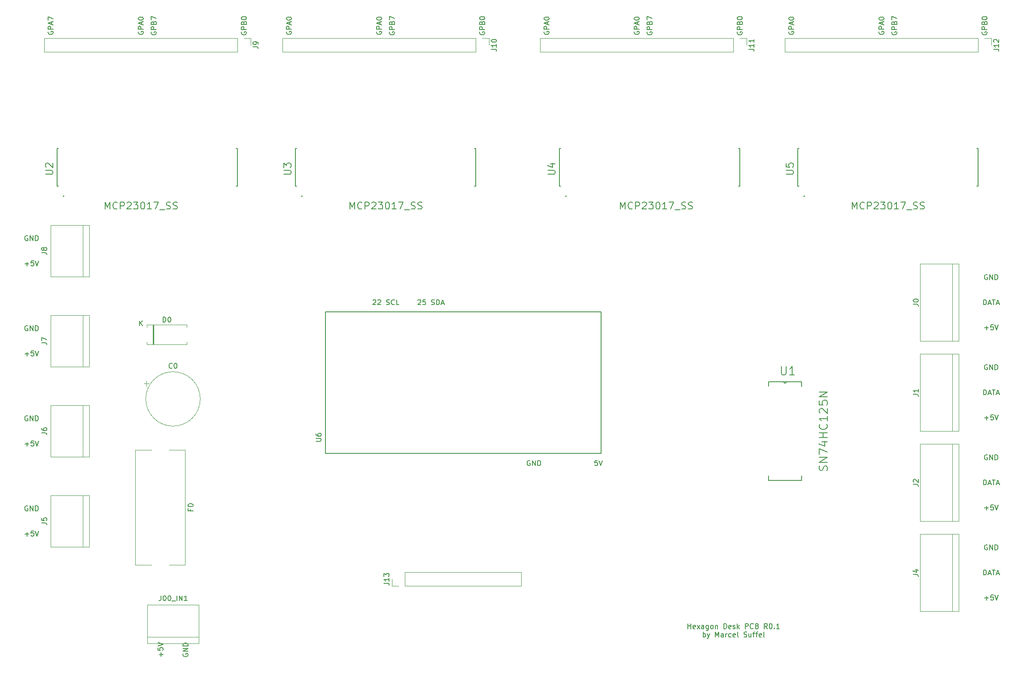
<source format=gbr>
%TF.GenerationSoftware,KiCad,Pcbnew,(5.1.9)-1*%
%TF.CreationDate,2022-04-05T19:21:43+02:00*%
%TF.ProjectId,Hexagon_Desk,48657861-676f-46e5-9f44-65736b2e6b69,rev?*%
%TF.SameCoordinates,Original*%
%TF.FileFunction,Legend,Top*%
%TF.FilePolarity,Positive*%
%FSLAX46Y46*%
G04 Gerber Fmt 4.6, Leading zero omitted, Abs format (unit mm)*
G04 Created by KiCad (PCBNEW (5.1.9)-1) date 2022-04-05 19:21:43*
%MOMM*%
%LPD*%
G01*
G04 APERTURE LIST*
%ADD10C,0.150000*%
%ADD11C,0.127000*%
%ADD12C,0.120000*%
%ADD13C,0.200000*%
%ADD14C,0.152400*%
G04 APERTURE END LIST*
D10*
X221488095Y-132980000D02*
X221392857Y-132932380D01*
X221250000Y-132932380D01*
X221107142Y-132980000D01*
X221011904Y-133075238D01*
X220964285Y-133170476D01*
X220916666Y-133360952D01*
X220916666Y-133503809D01*
X220964285Y-133694285D01*
X221011904Y-133789523D01*
X221107142Y-133884761D01*
X221250000Y-133932380D01*
X221345238Y-133932380D01*
X221488095Y-133884761D01*
X221535714Y-133837142D01*
X221535714Y-133503809D01*
X221345238Y-133503809D01*
X221964285Y-133932380D02*
X221964285Y-132932380D01*
X222535714Y-133932380D01*
X222535714Y-132932380D01*
X223011904Y-133932380D02*
X223011904Y-132932380D01*
X223250000Y-132932380D01*
X223392857Y-132980000D01*
X223488095Y-133075238D01*
X223535714Y-133170476D01*
X223583333Y-133360952D01*
X223583333Y-133503809D01*
X223535714Y-133694285D01*
X223488095Y-133789523D01*
X223392857Y-133884761D01*
X223250000Y-133932380D01*
X223011904Y-133932380D01*
X220750000Y-138882380D02*
X220750000Y-137882380D01*
X220988095Y-137882380D01*
X221130952Y-137930000D01*
X221226190Y-138025238D01*
X221273809Y-138120476D01*
X221321428Y-138310952D01*
X221321428Y-138453809D01*
X221273809Y-138644285D01*
X221226190Y-138739523D01*
X221130952Y-138834761D01*
X220988095Y-138882380D01*
X220750000Y-138882380D01*
X221702380Y-138596666D02*
X222178571Y-138596666D01*
X221607142Y-138882380D02*
X221940476Y-137882380D01*
X222273809Y-138882380D01*
X222464285Y-137882380D02*
X223035714Y-137882380D01*
X222750000Y-138882380D02*
X222750000Y-137882380D01*
X223321428Y-138596666D02*
X223797619Y-138596666D01*
X223226190Y-138882380D02*
X223559523Y-137882380D01*
X223892857Y-138882380D01*
X220964285Y-143451428D02*
X221726190Y-143451428D01*
X221345238Y-143832380D02*
X221345238Y-143070476D01*
X222678571Y-142832380D02*
X222202380Y-142832380D01*
X222154761Y-143308571D01*
X222202380Y-143260952D01*
X222297619Y-143213333D01*
X222535714Y-143213333D01*
X222630952Y-143260952D01*
X222678571Y-143308571D01*
X222726190Y-143403809D01*
X222726190Y-143641904D01*
X222678571Y-143737142D01*
X222630952Y-143784761D01*
X222535714Y-143832380D01*
X222297619Y-143832380D01*
X222202380Y-143784761D01*
X222154761Y-143737142D01*
X223011904Y-142832380D02*
X223345238Y-143832380D01*
X223678571Y-142832380D01*
X109212380Y-84637619D02*
X109260000Y-84590000D01*
X109355238Y-84542380D01*
X109593333Y-84542380D01*
X109688571Y-84590000D01*
X109736190Y-84637619D01*
X109783809Y-84732857D01*
X109783809Y-84828095D01*
X109736190Y-84970952D01*
X109164761Y-85542380D01*
X109783809Y-85542380D01*
X110688571Y-84542380D02*
X110212380Y-84542380D01*
X110164761Y-85018571D01*
X110212380Y-84970952D01*
X110307619Y-84923333D01*
X110545714Y-84923333D01*
X110640952Y-84970952D01*
X110688571Y-85018571D01*
X110736190Y-85113809D01*
X110736190Y-85351904D01*
X110688571Y-85447142D01*
X110640952Y-85494761D01*
X110545714Y-85542380D01*
X110307619Y-85542380D01*
X110212380Y-85494761D01*
X110164761Y-85447142D01*
X111879047Y-85494761D02*
X112021904Y-85542380D01*
X112260000Y-85542380D01*
X112355238Y-85494761D01*
X112402857Y-85447142D01*
X112450476Y-85351904D01*
X112450476Y-85256666D01*
X112402857Y-85161428D01*
X112355238Y-85113809D01*
X112260000Y-85066190D01*
X112069523Y-85018571D01*
X111974285Y-84970952D01*
X111926666Y-84923333D01*
X111879047Y-84828095D01*
X111879047Y-84732857D01*
X111926666Y-84637619D01*
X111974285Y-84590000D01*
X112069523Y-84542380D01*
X112307619Y-84542380D01*
X112450476Y-84590000D01*
X112879047Y-85542380D02*
X112879047Y-84542380D01*
X113117142Y-84542380D01*
X113260000Y-84590000D01*
X113355238Y-84685238D01*
X113402857Y-84780476D01*
X113450476Y-84970952D01*
X113450476Y-85113809D01*
X113402857Y-85304285D01*
X113355238Y-85399523D01*
X113260000Y-85494761D01*
X113117142Y-85542380D01*
X112879047Y-85542380D01*
X113831428Y-85256666D02*
X114307619Y-85256666D01*
X113736190Y-85542380D02*
X114069523Y-84542380D01*
X114402857Y-85542380D01*
X100346190Y-84637619D02*
X100393809Y-84590000D01*
X100489047Y-84542380D01*
X100727142Y-84542380D01*
X100822380Y-84590000D01*
X100870000Y-84637619D01*
X100917619Y-84732857D01*
X100917619Y-84828095D01*
X100870000Y-84970952D01*
X100298571Y-85542380D01*
X100917619Y-85542380D01*
X101298571Y-84637619D02*
X101346190Y-84590000D01*
X101441428Y-84542380D01*
X101679523Y-84542380D01*
X101774761Y-84590000D01*
X101822380Y-84637619D01*
X101870000Y-84732857D01*
X101870000Y-84828095D01*
X101822380Y-84970952D01*
X101250952Y-85542380D01*
X101870000Y-85542380D01*
X103012857Y-85494761D02*
X103155714Y-85542380D01*
X103393809Y-85542380D01*
X103489047Y-85494761D01*
X103536666Y-85447142D01*
X103584285Y-85351904D01*
X103584285Y-85256666D01*
X103536666Y-85161428D01*
X103489047Y-85113809D01*
X103393809Y-85066190D01*
X103203333Y-85018571D01*
X103108095Y-84970952D01*
X103060476Y-84923333D01*
X103012857Y-84828095D01*
X103012857Y-84732857D01*
X103060476Y-84637619D01*
X103108095Y-84590000D01*
X103203333Y-84542380D01*
X103441428Y-84542380D01*
X103584285Y-84590000D01*
X104584285Y-85447142D02*
X104536666Y-85494761D01*
X104393809Y-85542380D01*
X104298571Y-85542380D01*
X104155714Y-85494761D01*
X104060476Y-85399523D01*
X104012857Y-85304285D01*
X103965238Y-85113809D01*
X103965238Y-84970952D01*
X104012857Y-84780476D01*
X104060476Y-84685238D01*
X104155714Y-84590000D01*
X104298571Y-84542380D01*
X104393809Y-84542380D01*
X104536666Y-84590000D01*
X104584285Y-84637619D01*
X105489047Y-85542380D02*
X105012857Y-85542380D01*
X105012857Y-84542380D01*
X144589523Y-116292380D02*
X144113333Y-116292380D01*
X144065714Y-116768571D01*
X144113333Y-116720952D01*
X144208571Y-116673333D01*
X144446666Y-116673333D01*
X144541904Y-116720952D01*
X144589523Y-116768571D01*
X144637142Y-116863809D01*
X144637142Y-117101904D01*
X144589523Y-117197142D01*
X144541904Y-117244761D01*
X144446666Y-117292380D01*
X144208571Y-117292380D01*
X144113333Y-117244761D01*
X144065714Y-117197142D01*
X144922857Y-116292380D02*
X145256190Y-117292380D01*
X145589523Y-116292380D01*
X131318095Y-116340000D02*
X131222857Y-116292380D01*
X131080000Y-116292380D01*
X130937142Y-116340000D01*
X130841904Y-116435238D01*
X130794285Y-116530476D01*
X130746666Y-116720952D01*
X130746666Y-116863809D01*
X130794285Y-117054285D01*
X130841904Y-117149523D01*
X130937142Y-117244761D01*
X131080000Y-117292380D01*
X131175238Y-117292380D01*
X131318095Y-117244761D01*
X131365714Y-117197142D01*
X131365714Y-116863809D01*
X131175238Y-116863809D01*
X131794285Y-117292380D02*
X131794285Y-116292380D01*
X132365714Y-117292380D01*
X132365714Y-116292380D01*
X132841904Y-117292380D02*
X132841904Y-116292380D01*
X133080000Y-116292380D01*
X133222857Y-116340000D01*
X133318095Y-116435238D01*
X133365714Y-116530476D01*
X133413333Y-116720952D01*
X133413333Y-116863809D01*
X133365714Y-117054285D01*
X133318095Y-117149523D01*
X133222857Y-117244761D01*
X133080000Y-117292380D01*
X132841904Y-117292380D01*
X221488095Y-97420000D02*
X221392857Y-97372380D01*
X221250000Y-97372380D01*
X221107142Y-97420000D01*
X221011904Y-97515238D01*
X220964285Y-97610476D01*
X220916666Y-97800952D01*
X220916666Y-97943809D01*
X220964285Y-98134285D01*
X221011904Y-98229523D01*
X221107142Y-98324761D01*
X221250000Y-98372380D01*
X221345238Y-98372380D01*
X221488095Y-98324761D01*
X221535714Y-98277142D01*
X221535714Y-97943809D01*
X221345238Y-97943809D01*
X221964285Y-98372380D02*
X221964285Y-97372380D01*
X222535714Y-98372380D01*
X222535714Y-97372380D01*
X223011904Y-98372380D02*
X223011904Y-97372380D01*
X223250000Y-97372380D01*
X223392857Y-97420000D01*
X223488095Y-97515238D01*
X223535714Y-97610476D01*
X223583333Y-97800952D01*
X223583333Y-97943809D01*
X223535714Y-98134285D01*
X223488095Y-98229523D01*
X223392857Y-98324761D01*
X223250000Y-98372380D01*
X223011904Y-98372380D01*
X220750000Y-103322380D02*
X220750000Y-102322380D01*
X220988095Y-102322380D01*
X221130952Y-102370000D01*
X221226190Y-102465238D01*
X221273809Y-102560476D01*
X221321428Y-102750952D01*
X221321428Y-102893809D01*
X221273809Y-103084285D01*
X221226190Y-103179523D01*
X221130952Y-103274761D01*
X220988095Y-103322380D01*
X220750000Y-103322380D01*
X221702380Y-103036666D02*
X222178571Y-103036666D01*
X221607142Y-103322380D02*
X221940476Y-102322380D01*
X222273809Y-103322380D01*
X222464285Y-102322380D02*
X223035714Y-102322380D01*
X222750000Y-103322380D02*
X222750000Y-102322380D01*
X223321428Y-103036666D02*
X223797619Y-103036666D01*
X223226190Y-103322380D02*
X223559523Y-102322380D01*
X223892857Y-103322380D01*
X220964285Y-107891428D02*
X221726190Y-107891428D01*
X221345238Y-108272380D02*
X221345238Y-107510476D01*
X222678571Y-107272380D02*
X222202380Y-107272380D01*
X222154761Y-107748571D01*
X222202380Y-107700952D01*
X222297619Y-107653333D01*
X222535714Y-107653333D01*
X222630952Y-107700952D01*
X222678571Y-107748571D01*
X222726190Y-107843809D01*
X222726190Y-108081904D01*
X222678571Y-108177142D01*
X222630952Y-108224761D01*
X222535714Y-108272380D01*
X222297619Y-108272380D01*
X222202380Y-108224761D01*
X222154761Y-108177142D01*
X223011904Y-107272380D02*
X223345238Y-108272380D01*
X223678571Y-107272380D01*
X58556428Y-154955714D02*
X58556428Y-154193809D01*
X58937380Y-154574761D02*
X58175476Y-154574761D01*
X57937380Y-153241428D02*
X57937380Y-153717619D01*
X58413571Y-153765238D01*
X58365952Y-153717619D01*
X58318333Y-153622380D01*
X58318333Y-153384285D01*
X58365952Y-153289047D01*
X58413571Y-153241428D01*
X58508809Y-153193809D01*
X58746904Y-153193809D01*
X58842142Y-153241428D01*
X58889761Y-153289047D01*
X58937380Y-153384285D01*
X58937380Y-153622380D01*
X58889761Y-153717619D01*
X58842142Y-153765238D01*
X57937380Y-152908095D02*
X58937380Y-152574761D01*
X57937380Y-152241428D01*
X62935000Y-154431904D02*
X62887380Y-154527142D01*
X62887380Y-154670000D01*
X62935000Y-154812857D01*
X63030238Y-154908095D01*
X63125476Y-154955714D01*
X63315952Y-155003333D01*
X63458809Y-155003333D01*
X63649285Y-154955714D01*
X63744523Y-154908095D01*
X63839761Y-154812857D01*
X63887380Y-154670000D01*
X63887380Y-154574761D01*
X63839761Y-154431904D01*
X63792142Y-154384285D01*
X63458809Y-154384285D01*
X63458809Y-154574761D01*
X63887380Y-153955714D02*
X62887380Y-153955714D01*
X63887380Y-153384285D01*
X62887380Y-153384285D01*
X63887380Y-152908095D02*
X62887380Y-152908095D01*
X62887380Y-152670000D01*
X62935000Y-152527142D01*
X63030238Y-152431904D01*
X63125476Y-152384285D01*
X63315952Y-152336666D01*
X63458809Y-152336666D01*
X63649285Y-152384285D01*
X63744523Y-152431904D01*
X63839761Y-152527142D01*
X63887380Y-152670000D01*
X63887380Y-152908095D01*
X162450000Y-149487380D02*
X162450000Y-148487380D01*
X162450000Y-148963571D02*
X163021428Y-148963571D01*
X163021428Y-149487380D02*
X163021428Y-148487380D01*
X163878571Y-149439761D02*
X163783333Y-149487380D01*
X163592857Y-149487380D01*
X163497619Y-149439761D01*
X163450000Y-149344523D01*
X163450000Y-148963571D01*
X163497619Y-148868333D01*
X163592857Y-148820714D01*
X163783333Y-148820714D01*
X163878571Y-148868333D01*
X163926190Y-148963571D01*
X163926190Y-149058809D01*
X163450000Y-149154047D01*
X164259523Y-149487380D02*
X164783333Y-148820714D01*
X164259523Y-148820714D02*
X164783333Y-149487380D01*
X165592857Y-149487380D02*
X165592857Y-148963571D01*
X165545238Y-148868333D01*
X165450000Y-148820714D01*
X165259523Y-148820714D01*
X165164285Y-148868333D01*
X165592857Y-149439761D02*
X165497619Y-149487380D01*
X165259523Y-149487380D01*
X165164285Y-149439761D01*
X165116666Y-149344523D01*
X165116666Y-149249285D01*
X165164285Y-149154047D01*
X165259523Y-149106428D01*
X165497619Y-149106428D01*
X165592857Y-149058809D01*
X166497619Y-148820714D02*
X166497619Y-149630238D01*
X166450000Y-149725476D01*
X166402380Y-149773095D01*
X166307142Y-149820714D01*
X166164285Y-149820714D01*
X166069047Y-149773095D01*
X166497619Y-149439761D02*
X166402380Y-149487380D01*
X166211904Y-149487380D01*
X166116666Y-149439761D01*
X166069047Y-149392142D01*
X166021428Y-149296904D01*
X166021428Y-149011190D01*
X166069047Y-148915952D01*
X166116666Y-148868333D01*
X166211904Y-148820714D01*
X166402380Y-148820714D01*
X166497619Y-148868333D01*
X167116666Y-149487380D02*
X167021428Y-149439761D01*
X166973809Y-149392142D01*
X166926190Y-149296904D01*
X166926190Y-149011190D01*
X166973809Y-148915952D01*
X167021428Y-148868333D01*
X167116666Y-148820714D01*
X167259523Y-148820714D01*
X167354761Y-148868333D01*
X167402380Y-148915952D01*
X167450000Y-149011190D01*
X167450000Y-149296904D01*
X167402380Y-149392142D01*
X167354761Y-149439761D01*
X167259523Y-149487380D01*
X167116666Y-149487380D01*
X167878571Y-148820714D02*
X167878571Y-149487380D01*
X167878571Y-148915952D02*
X167926190Y-148868333D01*
X168021428Y-148820714D01*
X168164285Y-148820714D01*
X168259523Y-148868333D01*
X168307142Y-148963571D01*
X168307142Y-149487380D01*
X169545238Y-149487380D02*
X169545238Y-148487380D01*
X169783333Y-148487380D01*
X169926190Y-148535000D01*
X170021428Y-148630238D01*
X170069047Y-148725476D01*
X170116666Y-148915952D01*
X170116666Y-149058809D01*
X170069047Y-149249285D01*
X170021428Y-149344523D01*
X169926190Y-149439761D01*
X169783333Y-149487380D01*
X169545238Y-149487380D01*
X170926190Y-149439761D02*
X170830952Y-149487380D01*
X170640476Y-149487380D01*
X170545238Y-149439761D01*
X170497619Y-149344523D01*
X170497619Y-148963571D01*
X170545238Y-148868333D01*
X170640476Y-148820714D01*
X170830952Y-148820714D01*
X170926190Y-148868333D01*
X170973809Y-148963571D01*
X170973809Y-149058809D01*
X170497619Y-149154047D01*
X171354761Y-149439761D02*
X171450000Y-149487380D01*
X171640476Y-149487380D01*
X171735714Y-149439761D01*
X171783333Y-149344523D01*
X171783333Y-149296904D01*
X171735714Y-149201666D01*
X171640476Y-149154047D01*
X171497619Y-149154047D01*
X171402380Y-149106428D01*
X171354761Y-149011190D01*
X171354761Y-148963571D01*
X171402380Y-148868333D01*
X171497619Y-148820714D01*
X171640476Y-148820714D01*
X171735714Y-148868333D01*
X172211904Y-149487380D02*
X172211904Y-148487380D01*
X172307142Y-149106428D02*
X172592857Y-149487380D01*
X172592857Y-148820714D02*
X172211904Y-149201666D01*
X173783333Y-149487380D02*
X173783333Y-148487380D01*
X174164285Y-148487380D01*
X174259523Y-148535000D01*
X174307142Y-148582619D01*
X174354761Y-148677857D01*
X174354761Y-148820714D01*
X174307142Y-148915952D01*
X174259523Y-148963571D01*
X174164285Y-149011190D01*
X173783333Y-149011190D01*
X175354761Y-149392142D02*
X175307142Y-149439761D01*
X175164285Y-149487380D01*
X175069047Y-149487380D01*
X174926190Y-149439761D01*
X174830952Y-149344523D01*
X174783333Y-149249285D01*
X174735714Y-149058809D01*
X174735714Y-148915952D01*
X174783333Y-148725476D01*
X174830952Y-148630238D01*
X174926190Y-148535000D01*
X175069047Y-148487380D01*
X175164285Y-148487380D01*
X175307142Y-148535000D01*
X175354761Y-148582619D01*
X176116666Y-148963571D02*
X176259523Y-149011190D01*
X176307142Y-149058809D01*
X176354761Y-149154047D01*
X176354761Y-149296904D01*
X176307142Y-149392142D01*
X176259523Y-149439761D01*
X176164285Y-149487380D01*
X175783333Y-149487380D01*
X175783333Y-148487380D01*
X176116666Y-148487380D01*
X176211904Y-148535000D01*
X176259523Y-148582619D01*
X176307142Y-148677857D01*
X176307142Y-148773095D01*
X176259523Y-148868333D01*
X176211904Y-148915952D01*
X176116666Y-148963571D01*
X175783333Y-148963571D01*
X178116666Y-149487380D02*
X177783333Y-149011190D01*
X177545238Y-149487380D02*
X177545238Y-148487380D01*
X177926190Y-148487380D01*
X178021428Y-148535000D01*
X178069047Y-148582619D01*
X178116666Y-148677857D01*
X178116666Y-148820714D01*
X178069047Y-148915952D01*
X178021428Y-148963571D01*
X177926190Y-149011190D01*
X177545238Y-149011190D01*
X178735714Y-148487380D02*
X178830952Y-148487380D01*
X178926190Y-148535000D01*
X178973809Y-148582619D01*
X179021428Y-148677857D01*
X179069047Y-148868333D01*
X179069047Y-149106428D01*
X179021428Y-149296904D01*
X178973809Y-149392142D01*
X178926190Y-149439761D01*
X178830952Y-149487380D01*
X178735714Y-149487380D01*
X178640476Y-149439761D01*
X178592857Y-149392142D01*
X178545238Y-149296904D01*
X178497619Y-149106428D01*
X178497619Y-148868333D01*
X178545238Y-148677857D01*
X178592857Y-148582619D01*
X178640476Y-148535000D01*
X178735714Y-148487380D01*
X179497619Y-149392142D02*
X179545238Y-149439761D01*
X179497619Y-149487380D01*
X179450000Y-149439761D01*
X179497619Y-149392142D01*
X179497619Y-149487380D01*
X180497619Y-149487380D02*
X179926190Y-149487380D01*
X180211904Y-149487380D02*
X180211904Y-148487380D01*
X180116666Y-148630238D01*
X180021428Y-148725476D01*
X179926190Y-148773095D01*
X165450000Y-151137380D02*
X165450000Y-150137380D01*
X165450000Y-150518333D02*
X165545238Y-150470714D01*
X165735714Y-150470714D01*
X165830952Y-150518333D01*
X165878571Y-150565952D01*
X165926190Y-150661190D01*
X165926190Y-150946904D01*
X165878571Y-151042142D01*
X165830952Y-151089761D01*
X165735714Y-151137380D01*
X165545238Y-151137380D01*
X165450000Y-151089761D01*
X166259523Y-150470714D02*
X166497619Y-151137380D01*
X166735714Y-150470714D02*
X166497619Y-151137380D01*
X166402380Y-151375476D01*
X166354761Y-151423095D01*
X166259523Y-151470714D01*
X167878571Y-151137380D02*
X167878571Y-150137380D01*
X168211904Y-150851666D01*
X168545238Y-150137380D01*
X168545238Y-151137380D01*
X169450000Y-151137380D02*
X169450000Y-150613571D01*
X169402380Y-150518333D01*
X169307142Y-150470714D01*
X169116666Y-150470714D01*
X169021428Y-150518333D01*
X169450000Y-151089761D02*
X169354761Y-151137380D01*
X169116666Y-151137380D01*
X169021428Y-151089761D01*
X168973809Y-150994523D01*
X168973809Y-150899285D01*
X169021428Y-150804047D01*
X169116666Y-150756428D01*
X169354761Y-150756428D01*
X169450000Y-150708809D01*
X169926190Y-151137380D02*
X169926190Y-150470714D01*
X169926190Y-150661190D02*
X169973809Y-150565952D01*
X170021428Y-150518333D01*
X170116666Y-150470714D01*
X170211904Y-150470714D01*
X170973809Y-151089761D02*
X170878571Y-151137380D01*
X170688095Y-151137380D01*
X170592857Y-151089761D01*
X170545238Y-151042142D01*
X170497619Y-150946904D01*
X170497619Y-150661190D01*
X170545238Y-150565952D01*
X170592857Y-150518333D01*
X170688095Y-150470714D01*
X170878571Y-150470714D01*
X170973809Y-150518333D01*
X171783333Y-151089761D02*
X171688095Y-151137380D01*
X171497619Y-151137380D01*
X171402380Y-151089761D01*
X171354761Y-150994523D01*
X171354761Y-150613571D01*
X171402380Y-150518333D01*
X171497619Y-150470714D01*
X171688095Y-150470714D01*
X171783333Y-150518333D01*
X171830952Y-150613571D01*
X171830952Y-150708809D01*
X171354761Y-150804047D01*
X172402380Y-151137380D02*
X172307142Y-151089761D01*
X172259523Y-150994523D01*
X172259523Y-150137380D01*
X173497619Y-151089761D02*
X173640476Y-151137380D01*
X173878571Y-151137380D01*
X173973809Y-151089761D01*
X174021428Y-151042142D01*
X174069047Y-150946904D01*
X174069047Y-150851666D01*
X174021428Y-150756428D01*
X173973809Y-150708809D01*
X173878571Y-150661190D01*
X173688095Y-150613571D01*
X173592857Y-150565952D01*
X173545238Y-150518333D01*
X173497619Y-150423095D01*
X173497619Y-150327857D01*
X173545238Y-150232619D01*
X173592857Y-150185000D01*
X173688095Y-150137380D01*
X173926190Y-150137380D01*
X174069047Y-150185000D01*
X174926190Y-150470714D02*
X174926190Y-151137380D01*
X174497619Y-150470714D02*
X174497619Y-150994523D01*
X174545238Y-151089761D01*
X174640476Y-151137380D01*
X174783333Y-151137380D01*
X174878571Y-151089761D01*
X174926190Y-151042142D01*
X175259523Y-150470714D02*
X175640476Y-150470714D01*
X175402380Y-151137380D02*
X175402380Y-150280238D01*
X175450000Y-150185000D01*
X175545238Y-150137380D01*
X175640476Y-150137380D01*
X175830952Y-150470714D02*
X176211904Y-150470714D01*
X175973809Y-151137380D02*
X175973809Y-150280238D01*
X176021428Y-150185000D01*
X176116666Y-150137380D01*
X176211904Y-150137380D01*
X176926190Y-151089761D02*
X176830952Y-151137380D01*
X176640476Y-151137380D01*
X176545238Y-151089761D01*
X176497619Y-150994523D01*
X176497619Y-150613571D01*
X176545238Y-150518333D01*
X176640476Y-150470714D01*
X176830952Y-150470714D01*
X176926190Y-150518333D01*
X176973809Y-150613571D01*
X176973809Y-150708809D01*
X176497619Y-150804047D01*
X177545238Y-151137380D02*
X177450000Y-151089761D01*
X177402380Y-150994523D01*
X177402380Y-150137380D01*
X182380000Y-31622857D02*
X182332380Y-31718095D01*
X182332380Y-31860952D01*
X182380000Y-32003809D01*
X182475238Y-32099047D01*
X182570476Y-32146666D01*
X182760952Y-32194285D01*
X182903809Y-32194285D01*
X183094285Y-32146666D01*
X183189523Y-32099047D01*
X183284761Y-32003809D01*
X183332380Y-31860952D01*
X183332380Y-31765714D01*
X183284761Y-31622857D01*
X183237142Y-31575238D01*
X182903809Y-31575238D01*
X182903809Y-31765714D01*
X183332380Y-31146666D02*
X182332380Y-31146666D01*
X182332380Y-30765714D01*
X182380000Y-30670476D01*
X182427619Y-30622857D01*
X182522857Y-30575238D01*
X182665714Y-30575238D01*
X182760952Y-30622857D01*
X182808571Y-30670476D01*
X182856190Y-30765714D01*
X182856190Y-31146666D01*
X183046666Y-30194285D02*
X183046666Y-29718095D01*
X183332380Y-30289523D02*
X182332380Y-29956190D01*
X183332380Y-29622857D01*
X182332380Y-29099047D02*
X182332380Y-29003809D01*
X182380000Y-28908571D01*
X182427619Y-28860952D01*
X182522857Y-28813333D01*
X182713333Y-28765714D01*
X182951428Y-28765714D01*
X183141904Y-28813333D01*
X183237142Y-28860952D01*
X183284761Y-28908571D01*
X183332380Y-29003809D01*
X183332380Y-29099047D01*
X183284761Y-29194285D01*
X183237142Y-29241904D01*
X183141904Y-29289523D01*
X182951428Y-29337142D01*
X182713333Y-29337142D01*
X182522857Y-29289523D01*
X182427619Y-29241904D01*
X182380000Y-29194285D01*
X182332380Y-29099047D01*
X134120000Y-31622857D02*
X134072380Y-31718095D01*
X134072380Y-31860952D01*
X134120000Y-32003809D01*
X134215238Y-32099047D01*
X134310476Y-32146666D01*
X134500952Y-32194285D01*
X134643809Y-32194285D01*
X134834285Y-32146666D01*
X134929523Y-32099047D01*
X135024761Y-32003809D01*
X135072380Y-31860952D01*
X135072380Y-31765714D01*
X135024761Y-31622857D01*
X134977142Y-31575238D01*
X134643809Y-31575238D01*
X134643809Y-31765714D01*
X135072380Y-31146666D02*
X134072380Y-31146666D01*
X134072380Y-30765714D01*
X134120000Y-30670476D01*
X134167619Y-30622857D01*
X134262857Y-30575238D01*
X134405714Y-30575238D01*
X134500952Y-30622857D01*
X134548571Y-30670476D01*
X134596190Y-30765714D01*
X134596190Y-31146666D01*
X134786666Y-30194285D02*
X134786666Y-29718095D01*
X135072380Y-30289523D02*
X134072380Y-29956190D01*
X135072380Y-29622857D01*
X134072380Y-29099047D02*
X134072380Y-29003809D01*
X134120000Y-28908571D01*
X134167619Y-28860952D01*
X134262857Y-28813333D01*
X134453333Y-28765714D01*
X134691428Y-28765714D01*
X134881904Y-28813333D01*
X134977142Y-28860952D01*
X135024761Y-28908571D01*
X135072380Y-29003809D01*
X135072380Y-29099047D01*
X135024761Y-29194285D01*
X134977142Y-29241904D01*
X134881904Y-29289523D01*
X134691428Y-29337142D01*
X134453333Y-29337142D01*
X134262857Y-29289523D01*
X134167619Y-29241904D01*
X134120000Y-29194285D01*
X134072380Y-29099047D01*
X83320000Y-31622857D02*
X83272380Y-31718095D01*
X83272380Y-31860952D01*
X83320000Y-32003809D01*
X83415238Y-32099047D01*
X83510476Y-32146666D01*
X83700952Y-32194285D01*
X83843809Y-32194285D01*
X84034285Y-32146666D01*
X84129523Y-32099047D01*
X84224761Y-32003809D01*
X84272380Y-31860952D01*
X84272380Y-31765714D01*
X84224761Y-31622857D01*
X84177142Y-31575238D01*
X83843809Y-31575238D01*
X83843809Y-31765714D01*
X84272380Y-31146666D02*
X83272380Y-31146666D01*
X83272380Y-30765714D01*
X83320000Y-30670476D01*
X83367619Y-30622857D01*
X83462857Y-30575238D01*
X83605714Y-30575238D01*
X83700952Y-30622857D01*
X83748571Y-30670476D01*
X83796190Y-30765714D01*
X83796190Y-31146666D01*
X83986666Y-30194285D02*
X83986666Y-29718095D01*
X84272380Y-30289523D02*
X83272380Y-29956190D01*
X84272380Y-29622857D01*
X83272380Y-29099047D02*
X83272380Y-29003809D01*
X83320000Y-28908571D01*
X83367619Y-28860952D01*
X83462857Y-28813333D01*
X83653333Y-28765714D01*
X83891428Y-28765714D01*
X84081904Y-28813333D01*
X84177142Y-28860952D01*
X84224761Y-28908571D01*
X84272380Y-29003809D01*
X84272380Y-29099047D01*
X84224761Y-29194285D01*
X84177142Y-29241904D01*
X84081904Y-29289523D01*
X83891428Y-29337142D01*
X83653333Y-29337142D01*
X83462857Y-29289523D01*
X83367619Y-29241904D01*
X83320000Y-29194285D01*
X83272380Y-29099047D01*
X200160000Y-31622857D02*
X200112380Y-31718095D01*
X200112380Y-31860952D01*
X200160000Y-32003809D01*
X200255238Y-32099047D01*
X200350476Y-32146666D01*
X200540952Y-32194285D01*
X200683809Y-32194285D01*
X200874285Y-32146666D01*
X200969523Y-32099047D01*
X201064761Y-32003809D01*
X201112380Y-31860952D01*
X201112380Y-31765714D01*
X201064761Y-31622857D01*
X201017142Y-31575238D01*
X200683809Y-31575238D01*
X200683809Y-31765714D01*
X201112380Y-31146666D02*
X200112380Y-31146666D01*
X200112380Y-30765714D01*
X200160000Y-30670476D01*
X200207619Y-30622857D01*
X200302857Y-30575238D01*
X200445714Y-30575238D01*
X200540952Y-30622857D01*
X200588571Y-30670476D01*
X200636190Y-30765714D01*
X200636190Y-31146666D01*
X200826666Y-30194285D02*
X200826666Y-29718095D01*
X201112380Y-30289523D02*
X200112380Y-29956190D01*
X201112380Y-29622857D01*
X200112380Y-29099047D02*
X200112380Y-29003809D01*
X200160000Y-28908571D01*
X200207619Y-28860952D01*
X200302857Y-28813333D01*
X200493333Y-28765714D01*
X200731428Y-28765714D01*
X200921904Y-28813333D01*
X201017142Y-28860952D01*
X201064761Y-28908571D01*
X201112380Y-29003809D01*
X201112380Y-29099047D01*
X201064761Y-29194285D01*
X201017142Y-29241904D01*
X200921904Y-29289523D01*
X200731428Y-29337142D01*
X200493333Y-29337142D01*
X200302857Y-29289523D01*
X200207619Y-29241904D01*
X200160000Y-29194285D01*
X200112380Y-29099047D01*
X151900000Y-31622857D02*
X151852380Y-31718095D01*
X151852380Y-31860952D01*
X151900000Y-32003809D01*
X151995238Y-32099047D01*
X152090476Y-32146666D01*
X152280952Y-32194285D01*
X152423809Y-32194285D01*
X152614285Y-32146666D01*
X152709523Y-32099047D01*
X152804761Y-32003809D01*
X152852380Y-31860952D01*
X152852380Y-31765714D01*
X152804761Y-31622857D01*
X152757142Y-31575238D01*
X152423809Y-31575238D01*
X152423809Y-31765714D01*
X152852380Y-31146666D02*
X151852380Y-31146666D01*
X151852380Y-30765714D01*
X151900000Y-30670476D01*
X151947619Y-30622857D01*
X152042857Y-30575238D01*
X152185714Y-30575238D01*
X152280952Y-30622857D01*
X152328571Y-30670476D01*
X152376190Y-30765714D01*
X152376190Y-31146666D01*
X152566666Y-30194285D02*
X152566666Y-29718095D01*
X152852380Y-30289523D02*
X151852380Y-29956190D01*
X152852380Y-29622857D01*
X151852380Y-29099047D02*
X151852380Y-29003809D01*
X151900000Y-28908571D01*
X151947619Y-28860952D01*
X152042857Y-28813333D01*
X152233333Y-28765714D01*
X152471428Y-28765714D01*
X152661904Y-28813333D01*
X152757142Y-28860952D01*
X152804761Y-28908571D01*
X152852380Y-29003809D01*
X152852380Y-29099047D01*
X152804761Y-29194285D01*
X152757142Y-29241904D01*
X152661904Y-29289523D01*
X152471428Y-29337142D01*
X152233333Y-29337142D01*
X152042857Y-29289523D01*
X151947619Y-29241904D01*
X151900000Y-29194285D01*
X151852380Y-29099047D01*
X101100000Y-31622857D02*
X101052380Y-31718095D01*
X101052380Y-31860952D01*
X101100000Y-32003809D01*
X101195238Y-32099047D01*
X101290476Y-32146666D01*
X101480952Y-32194285D01*
X101623809Y-32194285D01*
X101814285Y-32146666D01*
X101909523Y-32099047D01*
X102004761Y-32003809D01*
X102052380Y-31860952D01*
X102052380Y-31765714D01*
X102004761Y-31622857D01*
X101957142Y-31575238D01*
X101623809Y-31575238D01*
X101623809Y-31765714D01*
X102052380Y-31146666D02*
X101052380Y-31146666D01*
X101052380Y-30765714D01*
X101100000Y-30670476D01*
X101147619Y-30622857D01*
X101242857Y-30575238D01*
X101385714Y-30575238D01*
X101480952Y-30622857D01*
X101528571Y-30670476D01*
X101576190Y-30765714D01*
X101576190Y-31146666D01*
X101766666Y-30194285D02*
X101766666Y-29718095D01*
X102052380Y-30289523D02*
X101052380Y-29956190D01*
X102052380Y-29622857D01*
X101052380Y-29099047D02*
X101052380Y-29003809D01*
X101100000Y-28908571D01*
X101147619Y-28860952D01*
X101242857Y-28813333D01*
X101433333Y-28765714D01*
X101671428Y-28765714D01*
X101861904Y-28813333D01*
X101957142Y-28860952D01*
X102004761Y-28908571D01*
X102052380Y-29003809D01*
X102052380Y-29099047D01*
X102004761Y-29194285D01*
X101957142Y-29241904D01*
X101861904Y-29289523D01*
X101671428Y-29337142D01*
X101433333Y-29337142D01*
X101242857Y-29289523D01*
X101147619Y-29241904D01*
X101100000Y-29194285D01*
X101052380Y-29099047D01*
X202700000Y-31694285D02*
X202652380Y-31789523D01*
X202652380Y-31932380D01*
X202700000Y-32075238D01*
X202795238Y-32170476D01*
X202890476Y-32218095D01*
X203080952Y-32265714D01*
X203223809Y-32265714D01*
X203414285Y-32218095D01*
X203509523Y-32170476D01*
X203604761Y-32075238D01*
X203652380Y-31932380D01*
X203652380Y-31837142D01*
X203604761Y-31694285D01*
X203557142Y-31646666D01*
X203223809Y-31646666D01*
X203223809Y-31837142D01*
X203652380Y-31218095D02*
X202652380Y-31218095D01*
X202652380Y-30837142D01*
X202700000Y-30741904D01*
X202747619Y-30694285D01*
X202842857Y-30646666D01*
X202985714Y-30646666D01*
X203080952Y-30694285D01*
X203128571Y-30741904D01*
X203176190Y-30837142D01*
X203176190Y-31218095D01*
X203128571Y-29884761D02*
X203176190Y-29741904D01*
X203223809Y-29694285D01*
X203319047Y-29646666D01*
X203461904Y-29646666D01*
X203557142Y-29694285D01*
X203604761Y-29741904D01*
X203652380Y-29837142D01*
X203652380Y-30218095D01*
X202652380Y-30218095D01*
X202652380Y-29884761D01*
X202700000Y-29789523D01*
X202747619Y-29741904D01*
X202842857Y-29694285D01*
X202938095Y-29694285D01*
X203033333Y-29741904D01*
X203080952Y-29789523D01*
X203128571Y-29884761D01*
X203128571Y-30218095D01*
X202652380Y-29313333D02*
X202652380Y-28646666D01*
X203652380Y-29075238D01*
X154440000Y-31694285D02*
X154392380Y-31789523D01*
X154392380Y-31932380D01*
X154440000Y-32075238D01*
X154535238Y-32170476D01*
X154630476Y-32218095D01*
X154820952Y-32265714D01*
X154963809Y-32265714D01*
X155154285Y-32218095D01*
X155249523Y-32170476D01*
X155344761Y-32075238D01*
X155392380Y-31932380D01*
X155392380Y-31837142D01*
X155344761Y-31694285D01*
X155297142Y-31646666D01*
X154963809Y-31646666D01*
X154963809Y-31837142D01*
X155392380Y-31218095D02*
X154392380Y-31218095D01*
X154392380Y-30837142D01*
X154440000Y-30741904D01*
X154487619Y-30694285D01*
X154582857Y-30646666D01*
X154725714Y-30646666D01*
X154820952Y-30694285D01*
X154868571Y-30741904D01*
X154916190Y-30837142D01*
X154916190Y-31218095D01*
X154868571Y-29884761D02*
X154916190Y-29741904D01*
X154963809Y-29694285D01*
X155059047Y-29646666D01*
X155201904Y-29646666D01*
X155297142Y-29694285D01*
X155344761Y-29741904D01*
X155392380Y-29837142D01*
X155392380Y-30218095D01*
X154392380Y-30218095D01*
X154392380Y-29884761D01*
X154440000Y-29789523D01*
X154487619Y-29741904D01*
X154582857Y-29694285D01*
X154678095Y-29694285D01*
X154773333Y-29741904D01*
X154820952Y-29789523D01*
X154868571Y-29884761D01*
X154868571Y-30218095D01*
X154392380Y-29313333D02*
X154392380Y-28646666D01*
X155392380Y-29075238D01*
X103640000Y-31694285D02*
X103592380Y-31789523D01*
X103592380Y-31932380D01*
X103640000Y-32075238D01*
X103735238Y-32170476D01*
X103830476Y-32218095D01*
X104020952Y-32265714D01*
X104163809Y-32265714D01*
X104354285Y-32218095D01*
X104449523Y-32170476D01*
X104544761Y-32075238D01*
X104592380Y-31932380D01*
X104592380Y-31837142D01*
X104544761Y-31694285D01*
X104497142Y-31646666D01*
X104163809Y-31646666D01*
X104163809Y-31837142D01*
X104592380Y-31218095D02*
X103592380Y-31218095D01*
X103592380Y-30837142D01*
X103640000Y-30741904D01*
X103687619Y-30694285D01*
X103782857Y-30646666D01*
X103925714Y-30646666D01*
X104020952Y-30694285D01*
X104068571Y-30741904D01*
X104116190Y-30837142D01*
X104116190Y-31218095D01*
X104068571Y-29884761D02*
X104116190Y-29741904D01*
X104163809Y-29694285D01*
X104259047Y-29646666D01*
X104401904Y-29646666D01*
X104497142Y-29694285D01*
X104544761Y-29741904D01*
X104592380Y-29837142D01*
X104592380Y-30218095D01*
X103592380Y-30218095D01*
X103592380Y-29884761D01*
X103640000Y-29789523D01*
X103687619Y-29741904D01*
X103782857Y-29694285D01*
X103878095Y-29694285D01*
X103973333Y-29741904D01*
X104020952Y-29789523D01*
X104068571Y-29884761D01*
X104068571Y-30218095D01*
X103592380Y-29313333D02*
X103592380Y-28646666D01*
X104592380Y-29075238D01*
X220480000Y-31694285D02*
X220432380Y-31789523D01*
X220432380Y-31932380D01*
X220480000Y-32075238D01*
X220575238Y-32170476D01*
X220670476Y-32218095D01*
X220860952Y-32265714D01*
X221003809Y-32265714D01*
X221194285Y-32218095D01*
X221289523Y-32170476D01*
X221384761Y-32075238D01*
X221432380Y-31932380D01*
X221432380Y-31837142D01*
X221384761Y-31694285D01*
X221337142Y-31646666D01*
X221003809Y-31646666D01*
X221003809Y-31837142D01*
X221432380Y-31218095D02*
X220432380Y-31218095D01*
X220432380Y-30837142D01*
X220480000Y-30741904D01*
X220527619Y-30694285D01*
X220622857Y-30646666D01*
X220765714Y-30646666D01*
X220860952Y-30694285D01*
X220908571Y-30741904D01*
X220956190Y-30837142D01*
X220956190Y-31218095D01*
X220908571Y-29884761D02*
X220956190Y-29741904D01*
X221003809Y-29694285D01*
X221099047Y-29646666D01*
X221241904Y-29646666D01*
X221337142Y-29694285D01*
X221384761Y-29741904D01*
X221432380Y-29837142D01*
X221432380Y-30218095D01*
X220432380Y-30218095D01*
X220432380Y-29884761D01*
X220480000Y-29789523D01*
X220527619Y-29741904D01*
X220622857Y-29694285D01*
X220718095Y-29694285D01*
X220813333Y-29741904D01*
X220860952Y-29789523D01*
X220908571Y-29884761D01*
X220908571Y-30218095D01*
X220432380Y-29027619D02*
X220432380Y-28932380D01*
X220480000Y-28837142D01*
X220527619Y-28789523D01*
X220622857Y-28741904D01*
X220813333Y-28694285D01*
X221051428Y-28694285D01*
X221241904Y-28741904D01*
X221337142Y-28789523D01*
X221384761Y-28837142D01*
X221432380Y-28932380D01*
X221432380Y-29027619D01*
X221384761Y-29122857D01*
X221337142Y-29170476D01*
X221241904Y-29218095D01*
X221051428Y-29265714D01*
X220813333Y-29265714D01*
X220622857Y-29218095D01*
X220527619Y-29170476D01*
X220480000Y-29122857D01*
X220432380Y-29027619D01*
X172220000Y-31694285D02*
X172172380Y-31789523D01*
X172172380Y-31932380D01*
X172220000Y-32075238D01*
X172315238Y-32170476D01*
X172410476Y-32218095D01*
X172600952Y-32265714D01*
X172743809Y-32265714D01*
X172934285Y-32218095D01*
X173029523Y-32170476D01*
X173124761Y-32075238D01*
X173172380Y-31932380D01*
X173172380Y-31837142D01*
X173124761Y-31694285D01*
X173077142Y-31646666D01*
X172743809Y-31646666D01*
X172743809Y-31837142D01*
X173172380Y-31218095D02*
X172172380Y-31218095D01*
X172172380Y-30837142D01*
X172220000Y-30741904D01*
X172267619Y-30694285D01*
X172362857Y-30646666D01*
X172505714Y-30646666D01*
X172600952Y-30694285D01*
X172648571Y-30741904D01*
X172696190Y-30837142D01*
X172696190Y-31218095D01*
X172648571Y-29884761D02*
X172696190Y-29741904D01*
X172743809Y-29694285D01*
X172839047Y-29646666D01*
X172981904Y-29646666D01*
X173077142Y-29694285D01*
X173124761Y-29741904D01*
X173172380Y-29837142D01*
X173172380Y-30218095D01*
X172172380Y-30218095D01*
X172172380Y-29884761D01*
X172220000Y-29789523D01*
X172267619Y-29741904D01*
X172362857Y-29694285D01*
X172458095Y-29694285D01*
X172553333Y-29741904D01*
X172600952Y-29789523D01*
X172648571Y-29884761D01*
X172648571Y-30218095D01*
X172172380Y-29027619D02*
X172172380Y-28932380D01*
X172220000Y-28837142D01*
X172267619Y-28789523D01*
X172362857Y-28741904D01*
X172553333Y-28694285D01*
X172791428Y-28694285D01*
X172981904Y-28741904D01*
X173077142Y-28789523D01*
X173124761Y-28837142D01*
X173172380Y-28932380D01*
X173172380Y-29027619D01*
X173124761Y-29122857D01*
X173077142Y-29170476D01*
X172981904Y-29218095D01*
X172791428Y-29265714D01*
X172553333Y-29265714D01*
X172362857Y-29218095D01*
X172267619Y-29170476D01*
X172220000Y-29122857D01*
X172172380Y-29027619D01*
X121420000Y-31694285D02*
X121372380Y-31789523D01*
X121372380Y-31932380D01*
X121420000Y-32075238D01*
X121515238Y-32170476D01*
X121610476Y-32218095D01*
X121800952Y-32265714D01*
X121943809Y-32265714D01*
X122134285Y-32218095D01*
X122229523Y-32170476D01*
X122324761Y-32075238D01*
X122372380Y-31932380D01*
X122372380Y-31837142D01*
X122324761Y-31694285D01*
X122277142Y-31646666D01*
X121943809Y-31646666D01*
X121943809Y-31837142D01*
X122372380Y-31218095D02*
X121372380Y-31218095D01*
X121372380Y-30837142D01*
X121420000Y-30741904D01*
X121467619Y-30694285D01*
X121562857Y-30646666D01*
X121705714Y-30646666D01*
X121800952Y-30694285D01*
X121848571Y-30741904D01*
X121896190Y-30837142D01*
X121896190Y-31218095D01*
X121848571Y-29884761D02*
X121896190Y-29741904D01*
X121943809Y-29694285D01*
X122039047Y-29646666D01*
X122181904Y-29646666D01*
X122277142Y-29694285D01*
X122324761Y-29741904D01*
X122372380Y-29837142D01*
X122372380Y-30218095D01*
X121372380Y-30218095D01*
X121372380Y-29884761D01*
X121420000Y-29789523D01*
X121467619Y-29741904D01*
X121562857Y-29694285D01*
X121658095Y-29694285D01*
X121753333Y-29741904D01*
X121800952Y-29789523D01*
X121848571Y-29884761D01*
X121848571Y-30218095D01*
X121372380Y-29027619D02*
X121372380Y-28932380D01*
X121420000Y-28837142D01*
X121467619Y-28789523D01*
X121562857Y-28741904D01*
X121753333Y-28694285D01*
X121991428Y-28694285D01*
X122181904Y-28741904D01*
X122277142Y-28789523D01*
X122324761Y-28837142D01*
X122372380Y-28932380D01*
X122372380Y-29027619D01*
X122324761Y-29122857D01*
X122277142Y-29170476D01*
X122181904Y-29218095D01*
X121991428Y-29265714D01*
X121753333Y-29265714D01*
X121562857Y-29218095D01*
X121467619Y-29170476D01*
X121420000Y-29122857D01*
X121372380Y-29027619D01*
X74430000Y-31694285D02*
X74382380Y-31789523D01*
X74382380Y-31932380D01*
X74430000Y-32075238D01*
X74525238Y-32170476D01*
X74620476Y-32218095D01*
X74810952Y-32265714D01*
X74953809Y-32265714D01*
X75144285Y-32218095D01*
X75239523Y-32170476D01*
X75334761Y-32075238D01*
X75382380Y-31932380D01*
X75382380Y-31837142D01*
X75334761Y-31694285D01*
X75287142Y-31646666D01*
X74953809Y-31646666D01*
X74953809Y-31837142D01*
X75382380Y-31218095D02*
X74382380Y-31218095D01*
X74382380Y-30837142D01*
X74430000Y-30741904D01*
X74477619Y-30694285D01*
X74572857Y-30646666D01*
X74715714Y-30646666D01*
X74810952Y-30694285D01*
X74858571Y-30741904D01*
X74906190Y-30837142D01*
X74906190Y-31218095D01*
X74858571Y-29884761D02*
X74906190Y-29741904D01*
X74953809Y-29694285D01*
X75049047Y-29646666D01*
X75191904Y-29646666D01*
X75287142Y-29694285D01*
X75334761Y-29741904D01*
X75382380Y-29837142D01*
X75382380Y-30218095D01*
X74382380Y-30218095D01*
X74382380Y-29884761D01*
X74430000Y-29789523D01*
X74477619Y-29741904D01*
X74572857Y-29694285D01*
X74668095Y-29694285D01*
X74763333Y-29741904D01*
X74810952Y-29789523D01*
X74858571Y-29884761D01*
X74858571Y-30218095D01*
X74382380Y-29027619D02*
X74382380Y-28932380D01*
X74430000Y-28837142D01*
X74477619Y-28789523D01*
X74572857Y-28741904D01*
X74763333Y-28694285D01*
X75001428Y-28694285D01*
X75191904Y-28741904D01*
X75287142Y-28789523D01*
X75334761Y-28837142D01*
X75382380Y-28932380D01*
X75382380Y-29027619D01*
X75334761Y-29122857D01*
X75287142Y-29170476D01*
X75191904Y-29218095D01*
X75001428Y-29265714D01*
X74763333Y-29265714D01*
X74572857Y-29218095D01*
X74477619Y-29170476D01*
X74430000Y-29122857D01*
X74382380Y-29027619D01*
X56650000Y-31694285D02*
X56602380Y-31789523D01*
X56602380Y-31932380D01*
X56650000Y-32075238D01*
X56745238Y-32170476D01*
X56840476Y-32218095D01*
X57030952Y-32265714D01*
X57173809Y-32265714D01*
X57364285Y-32218095D01*
X57459523Y-32170476D01*
X57554761Y-32075238D01*
X57602380Y-31932380D01*
X57602380Y-31837142D01*
X57554761Y-31694285D01*
X57507142Y-31646666D01*
X57173809Y-31646666D01*
X57173809Y-31837142D01*
X57602380Y-31218095D02*
X56602380Y-31218095D01*
X56602380Y-30837142D01*
X56650000Y-30741904D01*
X56697619Y-30694285D01*
X56792857Y-30646666D01*
X56935714Y-30646666D01*
X57030952Y-30694285D01*
X57078571Y-30741904D01*
X57126190Y-30837142D01*
X57126190Y-31218095D01*
X57078571Y-29884761D02*
X57126190Y-29741904D01*
X57173809Y-29694285D01*
X57269047Y-29646666D01*
X57411904Y-29646666D01*
X57507142Y-29694285D01*
X57554761Y-29741904D01*
X57602380Y-29837142D01*
X57602380Y-30218095D01*
X56602380Y-30218095D01*
X56602380Y-29884761D01*
X56650000Y-29789523D01*
X56697619Y-29741904D01*
X56792857Y-29694285D01*
X56888095Y-29694285D01*
X56983333Y-29741904D01*
X57030952Y-29789523D01*
X57078571Y-29884761D01*
X57078571Y-30218095D01*
X56602380Y-29313333D02*
X56602380Y-28646666D01*
X57602380Y-29075238D01*
X54110000Y-31622857D02*
X54062380Y-31718095D01*
X54062380Y-31860952D01*
X54110000Y-32003809D01*
X54205238Y-32099047D01*
X54300476Y-32146666D01*
X54490952Y-32194285D01*
X54633809Y-32194285D01*
X54824285Y-32146666D01*
X54919523Y-32099047D01*
X55014761Y-32003809D01*
X55062380Y-31860952D01*
X55062380Y-31765714D01*
X55014761Y-31622857D01*
X54967142Y-31575238D01*
X54633809Y-31575238D01*
X54633809Y-31765714D01*
X55062380Y-31146666D02*
X54062380Y-31146666D01*
X54062380Y-30765714D01*
X54110000Y-30670476D01*
X54157619Y-30622857D01*
X54252857Y-30575238D01*
X54395714Y-30575238D01*
X54490952Y-30622857D01*
X54538571Y-30670476D01*
X54586190Y-30765714D01*
X54586190Y-31146666D01*
X54776666Y-30194285D02*
X54776666Y-29718095D01*
X55062380Y-30289523D02*
X54062380Y-29956190D01*
X55062380Y-29622857D01*
X54062380Y-29099047D02*
X54062380Y-29003809D01*
X54110000Y-28908571D01*
X54157619Y-28860952D01*
X54252857Y-28813333D01*
X54443333Y-28765714D01*
X54681428Y-28765714D01*
X54871904Y-28813333D01*
X54967142Y-28860952D01*
X55014761Y-28908571D01*
X55062380Y-29003809D01*
X55062380Y-29099047D01*
X55014761Y-29194285D01*
X54967142Y-29241904D01*
X54871904Y-29289523D01*
X54681428Y-29337142D01*
X54443333Y-29337142D01*
X54252857Y-29289523D01*
X54157619Y-29241904D01*
X54110000Y-29194285D01*
X54062380Y-29099047D01*
X36330000Y-31622857D02*
X36282380Y-31718095D01*
X36282380Y-31860952D01*
X36330000Y-32003809D01*
X36425238Y-32099047D01*
X36520476Y-32146666D01*
X36710952Y-32194285D01*
X36853809Y-32194285D01*
X37044285Y-32146666D01*
X37139523Y-32099047D01*
X37234761Y-32003809D01*
X37282380Y-31860952D01*
X37282380Y-31765714D01*
X37234761Y-31622857D01*
X37187142Y-31575238D01*
X36853809Y-31575238D01*
X36853809Y-31765714D01*
X37282380Y-31146666D02*
X36282380Y-31146666D01*
X36282380Y-30765714D01*
X36330000Y-30670476D01*
X36377619Y-30622857D01*
X36472857Y-30575238D01*
X36615714Y-30575238D01*
X36710952Y-30622857D01*
X36758571Y-30670476D01*
X36806190Y-30765714D01*
X36806190Y-31146666D01*
X36996666Y-30194285D02*
X36996666Y-29718095D01*
X37282380Y-30289523D02*
X36282380Y-29956190D01*
X37282380Y-29622857D01*
X36282380Y-29384761D02*
X36282380Y-28718095D01*
X37282380Y-29146666D01*
X32258095Y-71955000D02*
X32162857Y-71907380D01*
X32020000Y-71907380D01*
X31877142Y-71955000D01*
X31781904Y-72050238D01*
X31734285Y-72145476D01*
X31686666Y-72335952D01*
X31686666Y-72478809D01*
X31734285Y-72669285D01*
X31781904Y-72764523D01*
X31877142Y-72859761D01*
X32020000Y-72907380D01*
X32115238Y-72907380D01*
X32258095Y-72859761D01*
X32305714Y-72812142D01*
X32305714Y-72478809D01*
X32115238Y-72478809D01*
X32734285Y-72907380D02*
X32734285Y-71907380D01*
X33305714Y-72907380D01*
X33305714Y-71907380D01*
X33781904Y-72907380D02*
X33781904Y-71907380D01*
X34020000Y-71907380D01*
X34162857Y-71955000D01*
X34258095Y-72050238D01*
X34305714Y-72145476D01*
X34353333Y-72335952D01*
X34353333Y-72478809D01*
X34305714Y-72669285D01*
X34258095Y-72764523D01*
X34162857Y-72859761D01*
X34020000Y-72907380D01*
X33781904Y-72907380D01*
X31734285Y-77476428D02*
X32496190Y-77476428D01*
X32115238Y-77857380D02*
X32115238Y-77095476D01*
X33448571Y-76857380D02*
X32972380Y-76857380D01*
X32924761Y-77333571D01*
X32972380Y-77285952D01*
X33067619Y-77238333D01*
X33305714Y-77238333D01*
X33400952Y-77285952D01*
X33448571Y-77333571D01*
X33496190Y-77428809D01*
X33496190Y-77666904D01*
X33448571Y-77762142D01*
X33400952Y-77809761D01*
X33305714Y-77857380D01*
X33067619Y-77857380D01*
X32972380Y-77809761D01*
X32924761Y-77762142D01*
X33781904Y-76857380D02*
X34115238Y-77857380D01*
X34448571Y-76857380D01*
X32258095Y-89735000D02*
X32162857Y-89687380D01*
X32020000Y-89687380D01*
X31877142Y-89735000D01*
X31781904Y-89830238D01*
X31734285Y-89925476D01*
X31686666Y-90115952D01*
X31686666Y-90258809D01*
X31734285Y-90449285D01*
X31781904Y-90544523D01*
X31877142Y-90639761D01*
X32020000Y-90687380D01*
X32115238Y-90687380D01*
X32258095Y-90639761D01*
X32305714Y-90592142D01*
X32305714Y-90258809D01*
X32115238Y-90258809D01*
X32734285Y-90687380D02*
X32734285Y-89687380D01*
X33305714Y-90687380D01*
X33305714Y-89687380D01*
X33781904Y-90687380D02*
X33781904Y-89687380D01*
X34020000Y-89687380D01*
X34162857Y-89735000D01*
X34258095Y-89830238D01*
X34305714Y-89925476D01*
X34353333Y-90115952D01*
X34353333Y-90258809D01*
X34305714Y-90449285D01*
X34258095Y-90544523D01*
X34162857Y-90639761D01*
X34020000Y-90687380D01*
X33781904Y-90687380D01*
X31734285Y-95256428D02*
X32496190Y-95256428D01*
X32115238Y-95637380D02*
X32115238Y-94875476D01*
X33448571Y-94637380D02*
X32972380Y-94637380D01*
X32924761Y-95113571D01*
X32972380Y-95065952D01*
X33067619Y-95018333D01*
X33305714Y-95018333D01*
X33400952Y-95065952D01*
X33448571Y-95113571D01*
X33496190Y-95208809D01*
X33496190Y-95446904D01*
X33448571Y-95542142D01*
X33400952Y-95589761D01*
X33305714Y-95637380D01*
X33067619Y-95637380D01*
X32972380Y-95589761D01*
X32924761Y-95542142D01*
X33781904Y-94637380D02*
X34115238Y-95637380D01*
X34448571Y-94637380D01*
X32258095Y-107515000D02*
X32162857Y-107467380D01*
X32020000Y-107467380D01*
X31877142Y-107515000D01*
X31781904Y-107610238D01*
X31734285Y-107705476D01*
X31686666Y-107895952D01*
X31686666Y-108038809D01*
X31734285Y-108229285D01*
X31781904Y-108324523D01*
X31877142Y-108419761D01*
X32020000Y-108467380D01*
X32115238Y-108467380D01*
X32258095Y-108419761D01*
X32305714Y-108372142D01*
X32305714Y-108038809D01*
X32115238Y-108038809D01*
X32734285Y-108467380D02*
X32734285Y-107467380D01*
X33305714Y-108467380D01*
X33305714Y-107467380D01*
X33781904Y-108467380D02*
X33781904Y-107467380D01*
X34020000Y-107467380D01*
X34162857Y-107515000D01*
X34258095Y-107610238D01*
X34305714Y-107705476D01*
X34353333Y-107895952D01*
X34353333Y-108038809D01*
X34305714Y-108229285D01*
X34258095Y-108324523D01*
X34162857Y-108419761D01*
X34020000Y-108467380D01*
X33781904Y-108467380D01*
X31734285Y-113036428D02*
X32496190Y-113036428D01*
X32115238Y-113417380D02*
X32115238Y-112655476D01*
X33448571Y-112417380D02*
X32972380Y-112417380D01*
X32924761Y-112893571D01*
X32972380Y-112845952D01*
X33067619Y-112798333D01*
X33305714Y-112798333D01*
X33400952Y-112845952D01*
X33448571Y-112893571D01*
X33496190Y-112988809D01*
X33496190Y-113226904D01*
X33448571Y-113322142D01*
X33400952Y-113369761D01*
X33305714Y-113417380D01*
X33067619Y-113417380D01*
X32972380Y-113369761D01*
X32924761Y-113322142D01*
X33781904Y-112417380D02*
X34115238Y-113417380D01*
X34448571Y-112417380D01*
X32258095Y-125295000D02*
X32162857Y-125247380D01*
X32020000Y-125247380D01*
X31877142Y-125295000D01*
X31781904Y-125390238D01*
X31734285Y-125485476D01*
X31686666Y-125675952D01*
X31686666Y-125818809D01*
X31734285Y-126009285D01*
X31781904Y-126104523D01*
X31877142Y-126199761D01*
X32020000Y-126247380D01*
X32115238Y-126247380D01*
X32258095Y-126199761D01*
X32305714Y-126152142D01*
X32305714Y-125818809D01*
X32115238Y-125818809D01*
X32734285Y-126247380D02*
X32734285Y-125247380D01*
X33305714Y-126247380D01*
X33305714Y-125247380D01*
X33781904Y-126247380D02*
X33781904Y-125247380D01*
X34020000Y-125247380D01*
X34162857Y-125295000D01*
X34258095Y-125390238D01*
X34305714Y-125485476D01*
X34353333Y-125675952D01*
X34353333Y-125818809D01*
X34305714Y-126009285D01*
X34258095Y-126104523D01*
X34162857Y-126199761D01*
X34020000Y-126247380D01*
X33781904Y-126247380D01*
X31734285Y-130816428D02*
X32496190Y-130816428D01*
X32115238Y-131197380D02*
X32115238Y-130435476D01*
X33448571Y-130197380D02*
X32972380Y-130197380D01*
X32924761Y-130673571D01*
X32972380Y-130625952D01*
X33067619Y-130578333D01*
X33305714Y-130578333D01*
X33400952Y-130625952D01*
X33448571Y-130673571D01*
X33496190Y-130768809D01*
X33496190Y-131006904D01*
X33448571Y-131102142D01*
X33400952Y-131149761D01*
X33305714Y-131197380D01*
X33067619Y-131197380D01*
X32972380Y-131149761D01*
X32924761Y-131102142D01*
X33781904Y-130197380D02*
X34115238Y-131197380D01*
X34448571Y-130197380D01*
X221488095Y-115200000D02*
X221392857Y-115152380D01*
X221250000Y-115152380D01*
X221107142Y-115200000D01*
X221011904Y-115295238D01*
X220964285Y-115390476D01*
X220916666Y-115580952D01*
X220916666Y-115723809D01*
X220964285Y-115914285D01*
X221011904Y-116009523D01*
X221107142Y-116104761D01*
X221250000Y-116152380D01*
X221345238Y-116152380D01*
X221488095Y-116104761D01*
X221535714Y-116057142D01*
X221535714Y-115723809D01*
X221345238Y-115723809D01*
X221964285Y-116152380D02*
X221964285Y-115152380D01*
X222535714Y-116152380D01*
X222535714Y-115152380D01*
X223011904Y-116152380D02*
X223011904Y-115152380D01*
X223250000Y-115152380D01*
X223392857Y-115200000D01*
X223488095Y-115295238D01*
X223535714Y-115390476D01*
X223583333Y-115580952D01*
X223583333Y-115723809D01*
X223535714Y-115914285D01*
X223488095Y-116009523D01*
X223392857Y-116104761D01*
X223250000Y-116152380D01*
X223011904Y-116152380D01*
X220750000Y-121102380D02*
X220750000Y-120102380D01*
X220988095Y-120102380D01*
X221130952Y-120150000D01*
X221226190Y-120245238D01*
X221273809Y-120340476D01*
X221321428Y-120530952D01*
X221321428Y-120673809D01*
X221273809Y-120864285D01*
X221226190Y-120959523D01*
X221130952Y-121054761D01*
X220988095Y-121102380D01*
X220750000Y-121102380D01*
X221702380Y-120816666D02*
X222178571Y-120816666D01*
X221607142Y-121102380D02*
X221940476Y-120102380D01*
X222273809Y-121102380D01*
X222464285Y-120102380D02*
X223035714Y-120102380D01*
X222750000Y-121102380D02*
X222750000Y-120102380D01*
X223321428Y-120816666D02*
X223797619Y-120816666D01*
X223226190Y-121102380D02*
X223559523Y-120102380D01*
X223892857Y-121102380D01*
X220964285Y-125671428D02*
X221726190Y-125671428D01*
X221345238Y-126052380D02*
X221345238Y-125290476D01*
X222678571Y-125052380D02*
X222202380Y-125052380D01*
X222154761Y-125528571D01*
X222202380Y-125480952D01*
X222297619Y-125433333D01*
X222535714Y-125433333D01*
X222630952Y-125480952D01*
X222678571Y-125528571D01*
X222726190Y-125623809D01*
X222726190Y-125861904D01*
X222678571Y-125957142D01*
X222630952Y-126004761D01*
X222535714Y-126052380D01*
X222297619Y-126052380D01*
X222202380Y-126004761D01*
X222154761Y-125957142D01*
X223011904Y-125052380D02*
X223345238Y-126052380D01*
X223678571Y-125052380D01*
X221488095Y-79640000D02*
X221392857Y-79592380D01*
X221250000Y-79592380D01*
X221107142Y-79640000D01*
X221011904Y-79735238D01*
X220964285Y-79830476D01*
X220916666Y-80020952D01*
X220916666Y-80163809D01*
X220964285Y-80354285D01*
X221011904Y-80449523D01*
X221107142Y-80544761D01*
X221250000Y-80592380D01*
X221345238Y-80592380D01*
X221488095Y-80544761D01*
X221535714Y-80497142D01*
X221535714Y-80163809D01*
X221345238Y-80163809D01*
X221964285Y-80592380D02*
X221964285Y-79592380D01*
X222535714Y-80592380D01*
X222535714Y-79592380D01*
X223011904Y-80592380D02*
X223011904Y-79592380D01*
X223250000Y-79592380D01*
X223392857Y-79640000D01*
X223488095Y-79735238D01*
X223535714Y-79830476D01*
X223583333Y-80020952D01*
X223583333Y-80163809D01*
X223535714Y-80354285D01*
X223488095Y-80449523D01*
X223392857Y-80544761D01*
X223250000Y-80592380D01*
X223011904Y-80592380D01*
X220750000Y-85542380D02*
X220750000Y-84542380D01*
X220988095Y-84542380D01*
X221130952Y-84590000D01*
X221226190Y-84685238D01*
X221273809Y-84780476D01*
X221321428Y-84970952D01*
X221321428Y-85113809D01*
X221273809Y-85304285D01*
X221226190Y-85399523D01*
X221130952Y-85494761D01*
X220988095Y-85542380D01*
X220750000Y-85542380D01*
X221702380Y-85256666D02*
X222178571Y-85256666D01*
X221607142Y-85542380D02*
X221940476Y-84542380D01*
X222273809Y-85542380D01*
X222464285Y-84542380D02*
X223035714Y-84542380D01*
X222750000Y-85542380D02*
X222750000Y-84542380D01*
X223321428Y-85256666D02*
X223797619Y-85256666D01*
X223226190Y-85542380D02*
X223559523Y-84542380D01*
X223892857Y-85542380D01*
X220964285Y-90111428D02*
X221726190Y-90111428D01*
X221345238Y-90492380D02*
X221345238Y-89730476D01*
X222678571Y-89492380D02*
X222202380Y-89492380D01*
X222154761Y-89968571D01*
X222202380Y-89920952D01*
X222297619Y-89873333D01*
X222535714Y-89873333D01*
X222630952Y-89920952D01*
X222678571Y-89968571D01*
X222726190Y-90063809D01*
X222726190Y-90301904D01*
X222678571Y-90397142D01*
X222630952Y-90444761D01*
X222535714Y-90492380D01*
X222297619Y-90492380D01*
X222202380Y-90444761D01*
X222154761Y-90397142D01*
X223011904Y-89492380D02*
X223345238Y-90492380D01*
X223678571Y-89492380D01*
D11*
%TO.C,U6*%
X145360000Y-86955000D02*
X145360000Y-114855000D01*
X90960000Y-86955000D02*
X145360000Y-86955000D01*
X90960000Y-114855000D02*
X90960000Y-86955000D01*
X145360000Y-114855000D02*
X90960000Y-114855000D01*
D12*
%TO.C,D0*%
X56910000Y-89520000D02*
X56910000Y-93360000D01*
X57150000Y-89520000D02*
X57150000Y-93360000D01*
X57030000Y-89520000D02*
X57030000Y-93360000D01*
X63610000Y-93360000D02*
X63610000Y-92880000D01*
X55770000Y-93360000D02*
X63610000Y-93360000D01*
X55770000Y-92880000D02*
X55770000Y-93360000D01*
X63610000Y-89520000D02*
X63610000Y-90000000D01*
X55770000Y-89520000D02*
X63610000Y-89520000D01*
X55770000Y-90000000D02*
X55770000Y-89520000D01*
%TO.C,C0*%
X55697867Y-100600000D02*
X55697867Y-101650000D01*
X55172867Y-101125000D02*
X56222867Y-101125000D01*
X66290000Y-104140000D02*
G75*
G03*
X66290000Y-104140000I-5370000J0D01*
G01*
D11*
%TO.C,U2*%
X38100000Y-54670000D02*
X38100000Y-62170000D01*
X73660000Y-54670000D02*
X73660000Y-62170000D01*
X38100000Y-62170000D02*
X38354000Y-62170000D01*
X38100000Y-54670000D02*
X38354000Y-54670000D01*
X73660000Y-62170000D02*
X73406000Y-62170000D01*
X73660000Y-54670000D02*
X73406000Y-54670000D01*
D13*
X39435700Y-64134420D02*
G75*
G03*
X39435700Y-64134420I-100000J0D01*
G01*
D11*
%TO.C,U5*%
X184150000Y-54670000D02*
X184150000Y-62170000D01*
X219710000Y-54670000D02*
X219710000Y-62170000D01*
X184150000Y-62170000D02*
X184404000Y-62170000D01*
X184150000Y-54670000D02*
X184404000Y-54670000D01*
X219710000Y-62170000D02*
X219456000Y-62170000D01*
X219710000Y-54670000D02*
X219456000Y-54670000D01*
D13*
X185485700Y-64134420D02*
G75*
G03*
X185485700Y-64134420I-100000J0D01*
G01*
D11*
%TO.C,U4*%
X137160000Y-54670000D02*
X137160000Y-62170000D01*
X172720000Y-54670000D02*
X172720000Y-62170000D01*
X137160000Y-62170000D02*
X137414000Y-62170000D01*
X137160000Y-54670000D02*
X137414000Y-54670000D01*
X172720000Y-62170000D02*
X172466000Y-62170000D01*
X172720000Y-54670000D02*
X172466000Y-54670000D01*
D13*
X138495700Y-64134420D02*
G75*
G03*
X138495700Y-64134420I-100000J0D01*
G01*
D11*
%TO.C,U3*%
X85090000Y-54670000D02*
X85090000Y-62170000D01*
X120650000Y-54670000D02*
X120650000Y-62170000D01*
X85090000Y-62170000D02*
X85344000Y-62170000D01*
X85090000Y-54670000D02*
X85344000Y-54670000D01*
X120650000Y-62170000D02*
X120396000Y-62170000D01*
X120650000Y-54670000D02*
X120396000Y-54670000D01*
D13*
X86425700Y-64134420D02*
G75*
G03*
X86425700Y-64134420I-100000J0D01*
G01*
D14*
%TO.C,U1*%
X184861200Y-101701600D02*
X184861200Y-100736400D01*
X178358800Y-120243600D02*
X184861200Y-120243600D01*
X184861200Y-120243600D02*
X184861200Y-119278400D01*
X184861200Y-100736400D02*
X181914800Y-100736400D01*
X181914800Y-100736400D02*
X181305200Y-100736400D01*
X181305200Y-100736400D02*
X178358800Y-100736400D01*
X178358800Y-100736400D02*
X178358800Y-101574600D01*
X178358800Y-119278400D02*
X178358800Y-120243600D01*
X181914800Y-100736400D02*
G75*
G02*
X181305200Y-100736400I-304800J0D01*
G01*
D12*
%TO.C,J00_IN1*%
X66040000Y-151130000D02*
X55880000Y-151130000D01*
X66040000Y-152400000D02*
X66040000Y-144780000D01*
X66040000Y-144780000D02*
X55880000Y-144780000D01*
X55880000Y-144780000D02*
X55880000Y-152400000D01*
X55880000Y-152400000D02*
X66040000Y-152400000D01*
%TO.C,J13*%
X129600000Y-141030000D02*
X129600000Y-138370000D01*
X106680000Y-141030000D02*
X129600000Y-141030000D01*
X106680000Y-138370000D02*
X129600000Y-138370000D01*
X106680000Y-141030000D02*
X106680000Y-138370000D01*
X105410000Y-141030000D02*
X104080000Y-141030000D01*
X104080000Y-141030000D02*
X104080000Y-139700000D01*
%TO.C,J12*%
X181550000Y-32960000D02*
X181550000Y-35620000D01*
X219710000Y-32960000D02*
X181550000Y-32960000D01*
X219710000Y-35620000D02*
X181550000Y-35620000D01*
X219710000Y-32960000D02*
X219710000Y-35620000D01*
X220980000Y-32960000D02*
X222310000Y-32960000D01*
X222310000Y-32960000D02*
X222310000Y-34290000D01*
%TO.C,J11*%
X133290000Y-32960000D02*
X133290000Y-35620000D01*
X171450000Y-32960000D02*
X133290000Y-32960000D01*
X171450000Y-35620000D02*
X133290000Y-35620000D01*
X171450000Y-32960000D02*
X171450000Y-35620000D01*
X172720000Y-32960000D02*
X174050000Y-32960000D01*
X174050000Y-32960000D02*
X174050000Y-34290000D01*
%TO.C,J10*%
X82490000Y-32960000D02*
X82490000Y-35620000D01*
X120650000Y-32960000D02*
X82490000Y-32960000D01*
X120650000Y-35620000D02*
X82490000Y-35620000D01*
X120650000Y-32960000D02*
X120650000Y-35620000D01*
X121920000Y-32960000D02*
X123250000Y-32960000D01*
X123250000Y-32960000D02*
X123250000Y-34290000D01*
%TO.C,J9*%
X35500000Y-32960000D02*
X35500000Y-35620000D01*
X73660000Y-32960000D02*
X35500000Y-32960000D01*
X73660000Y-35620000D02*
X35500000Y-35620000D01*
X73660000Y-32960000D02*
X73660000Y-35620000D01*
X74930000Y-32960000D02*
X76260000Y-32960000D01*
X76260000Y-32960000D02*
X76260000Y-34290000D01*
%TO.C,J8*%
X43180000Y-69850000D02*
X43180000Y-80010000D01*
X44450000Y-69850000D02*
X36830000Y-69850000D01*
X36830000Y-69850000D02*
X36830000Y-80010000D01*
X36830000Y-80010000D02*
X44450000Y-80010000D01*
X44450000Y-80010000D02*
X44450000Y-69850000D01*
%TO.C,J7*%
X43180000Y-87630000D02*
X43180000Y-97790000D01*
X44450000Y-87630000D02*
X36830000Y-87630000D01*
X36830000Y-87630000D02*
X36830000Y-97790000D01*
X36830000Y-97790000D02*
X44450000Y-97790000D01*
X44450000Y-97790000D02*
X44450000Y-87630000D01*
%TO.C,J6*%
X43180000Y-105410000D02*
X43180000Y-115570000D01*
X44450000Y-105410000D02*
X36830000Y-105410000D01*
X36830000Y-105410000D02*
X36830000Y-115570000D01*
X36830000Y-115570000D02*
X44450000Y-115570000D01*
X44450000Y-115570000D02*
X44450000Y-105410000D01*
%TO.C,J5*%
X43180000Y-123190000D02*
X43180000Y-133350000D01*
X44450000Y-123190000D02*
X36830000Y-123190000D01*
X36830000Y-123190000D02*
X36830000Y-133350000D01*
X36830000Y-133350000D02*
X44450000Y-133350000D01*
X44450000Y-133350000D02*
X44450000Y-123190000D01*
%TO.C,J4*%
X215900000Y-146050000D02*
X208280000Y-146050000D01*
X215900000Y-130810000D02*
X208280000Y-130810000D01*
X214630000Y-146050000D02*
X214630000Y-130810000D01*
X208280000Y-146050000D02*
X208280000Y-130810000D01*
X215900000Y-146050000D02*
X215900000Y-130810000D01*
%TO.C,J2*%
X215900000Y-128270000D02*
X208280000Y-128270000D01*
X215900000Y-113030000D02*
X208280000Y-113030000D01*
X214630000Y-128270000D02*
X214630000Y-113030000D01*
X208280000Y-128270000D02*
X208280000Y-113030000D01*
X215900000Y-128270000D02*
X215900000Y-113030000D01*
%TO.C,J1*%
X215900000Y-110490000D02*
X208280000Y-110490000D01*
X215900000Y-95250000D02*
X208280000Y-95250000D01*
X214630000Y-110490000D02*
X214630000Y-95250000D01*
X208280000Y-110490000D02*
X208280000Y-95250000D01*
X215900000Y-110490000D02*
X215900000Y-95250000D01*
%TO.C,J0*%
X215900000Y-92710000D02*
X208280000Y-92710000D01*
X215900000Y-77470000D02*
X208280000Y-77470000D01*
X214630000Y-92710000D02*
X214630000Y-77470000D01*
X208280000Y-92710000D02*
X208280000Y-77470000D01*
X215900000Y-92710000D02*
X215900000Y-77470000D01*
%TO.C,F0*%
X53510000Y-136910000D02*
X56670000Y-136910000D01*
X60170000Y-136910000D02*
X63330000Y-136910000D01*
X60170000Y-114190000D02*
X63330000Y-114190000D01*
X63330000Y-114190000D02*
X63330000Y-136910000D01*
X53510000Y-114190000D02*
X53510000Y-136910000D01*
X53510000Y-114190000D02*
X56670000Y-114190000D01*
%TO.C,U6*%
D10*
X89116124Y-112496373D02*
X89925960Y-112496373D01*
X90021235Y-112448736D01*
X90068873Y-112401099D01*
X90116510Y-112305824D01*
X90116510Y-112115274D01*
X90068873Y-112019999D01*
X90021235Y-111972362D01*
X89925960Y-111924724D01*
X89116124Y-111924724D01*
X89116124Y-111019613D02*
X89116124Y-111210163D01*
X89163762Y-111305438D01*
X89211399Y-111353075D01*
X89354311Y-111448350D01*
X89544861Y-111495987D01*
X89925960Y-111495987D01*
X90021235Y-111448350D01*
X90068873Y-111400713D01*
X90116510Y-111305438D01*
X90116510Y-111114888D01*
X90068873Y-111019613D01*
X90021235Y-110971976D01*
X89925960Y-110924338D01*
X89687773Y-110924338D01*
X89592498Y-110971976D01*
X89544861Y-111019613D01*
X89497224Y-111114888D01*
X89497224Y-111305438D01*
X89544861Y-111400713D01*
X89592498Y-111448350D01*
X89687773Y-111495987D01*
%TO.C,D0*%
X58951904Y-88972380D02*
X58951904Y-87972380D01*
X59190000Y-87972380D01*
X59332857Y-88020000D01*
X59428095Y-88115238D01*
X59475714Y-88210476D01*
X59523333Y-88400952D01*
X59523333Y-88543809D01*
X59475714Y-88734285D01*
X59428095Y-88829523D01*
X59332857Y-88924761D01*
X59190000Y-88972380D01*
X58951904Y-88972380D01*
X60142380Y-87972380D02*
X60237619Y-87972380D01*
X60332857Y-88020000D01*
X60380476Y-88067619D01*
X60428095Y-88162857D01*
X60475714Y-88353333D01*
X60475714Y-88591428D01*
X60428095Y-88781904D01*
X60380476Y-88877142D01*
X60332857Y-88924761D01*
X60237619Y-88972380D01*
X60142380Y-88972380D01*
X60047142Y-88924761D01*
X59999523Y-88877142D01*
X59951904Y-88781904D01*
X59904285Y-88591428D01*
X59904285Y-88353333D01*
X59951904Y-88162857D01*
X59999523Y-88067619D01*
X60047142Y-88020000D01*
X60142380Y-87972380D01*
X54348095Y-89692380D02*
X54348095Y-88692380D01*
X54919523Y-89692380D02*
X54490952Y-89120952D01*
X54919523Y-88692380D02*
X54348095Y-89263809D01*
%TO.C,C0*%
X60753333Y-97997142D02*
X60705714Y-98044761D01*
X60562857Y-98092380D01*
X60467619Y-98092380D01*
X60324761Y-98044761D01*
X60229523Y-97949523D01*
X60181904Y-97854285D01*
X60134285Y-97663809D01*
X60134285Y-97520952D01*
X60181904Y-97330476D01*
X60229523Y-97235238D01*
X60324761Y-97140000D01*
X60467619Y-97092380D01*
X60562857Y-97092380D01*
X60705714Y-97140000D01*
X60753333Y-97187619D01*
X61372380Y-97092380D02*
X61467619Y-97092380D01*
X61562857Y-97140000D01*
X61610476Y-97187619D01*
X61658095Y-97282857D01*
X61705714Y-97473333D01*
X61705714Y-97711428D01*
X61658095Y-97901904D01*
X61610476Y-97997142D01*
X61562857Y-98044761D01*
X61467619Y-98092380D01*
X61372380Y-98092380D01*
X61277142Y-98044761D01*
X61229523Y-97997142D01*
X61181904Y-97901904D01*
X61134285Y-97711428D01*
X61134285Y-97473333D01*
X61181904Y-97282857D01*
X61229523Y-97187619D01*
X61277142Y-97140000D01*
X61372380Y-97092380D01*
%TO.C,U2*%
X35782902Y-59804560D02*
X36918173Y-59804560D01*
X37051735Y-59737780D01*
X37118515Y-59670999D01*
X37185296Y-59537438D01*
X37185296Y-59270315D01*
X37118515Y-59136754D01*
X37051735Y-59069973D01*
X36918173Y-59003192D01*
X35782902Y-59003192D01*
X35916463Y-58402166D02*
X35849683Y-58335386D01*
X35782902Y-58201824D01*
X35782902Y-57867921D01*
X35849683Y-57734360D01*
X35916463Y-57667579D01*
X36050025Y-57600798D01*
X36183586Y-57600798D01*
X36383928Y-57667579D01*
X37185296Y-58468947D01*
X37185296Y-57600798D01*
X47531728Y-66674373D02*
X47531728Y-65272074D01*
X47999161Y-66273716D01*
X48466594Y-65272074D01*
X48466594Y-66674373D01*
X49935670Y-66540821D02*
X49868893Y-66607597D01*
X49668565Y-66674373D01*
X49535013Y-66674373D01*
X49334684Y-66607597D01*
X49201132Y-66474044D01*
X49134356Y-66340492D01*
X49067580Y-66073388D01*
X49067580Y-65873059D01*
X49134356Y-65605955D01*
X49201132Y-65472402D01*
X49334684Y-65338850D01*
X49535013Y-65272074D01*
X49668565Y-65272074D01*
X49868893Y-65338850D01*
X49935670Y-65405626D01*
X50536655Y-66674373D02*
X50536655Y-65272074D01*
X51070864Y-65272074D01*
X51204416Y-65338850D01*
X51271192Y-65405626D01*
X51337969Y-65539178D01*
X51337969Y-65739507D01*
X51271192Y-65873059D01*
X51204416Y-65939835D01*
X51070864Y-66006611D01*
X50536655Y-66006611D01*
X51872178Y-65405626D02*
X51938954Y-65338850D01*
X52072506Y-65272074D01*
X52406387Y-65272074D01*
X52539939Y-65338850D01*
X52606715Y-65405626D01*
X52673491Y-65539178D01*
X52673491Y-65672731D01*
X52606715Y-65873059D01*
X51805402Y-66674373D01*
X52673491Y-66674373D01*
X53140924Y-65272074D02*
X54009014Y-65272074D01*
X53541581Y-65806283D01*
X53741910Y-65806283D01*
X53875462Y-65873059D01*
X53942238Y-65939835D01*
X54009014Y-66073388D01*
X54009014Y-66407268D01*
X53942238Y-66540821D01*
X53875462Y-66607597D01*
X53741910Y-66674373D01*
X53341253Y-66674373D01*
X53207701Y-66607597D01*
X53140924Y-66540821D01*
X54877104Y-65272074D02*
X55010656Y-65272074D01*
X55144209Y-65338850D01*
X55210985Y-65405626D01*
X55277761Y-65539178D01*
X55344537Y-65806283D01*
X55344537Y-66140164D01*
X55277761Y-66407268D01*
X55210985Y-66540821D01*
X55144209Y-66607597D01*
X55010656Y-66674373D01*
X54877104Y-66674373D01*
X54743552Y-66607597D01*
X54676776Y-66540821D01*
X54610000Y-66407268D01*
X54543223Y-66140164D01*
X54543223Y-65806283D01*
X54610000Y-65539178D01*
X54676776Y-65405626D01*
X54743552Y-65338850D01*
X54877104Y-65272074D01*
X56680060Y-66674373D02*
X55878746Y-66674373D01*
X56279403Y-66674373D02*
X56279403Y-65272074D01*
X56145851Y-65472402D01*
X56012299Y-65605955D01*
X55878746Y-65672731D01*
X57147493Y-65272074D02*
X58082359Y-65272074D01*
X57481374Y-66674373D01*
X58282687Y-66807925D02*
X59351106Y-66807925D01*
X59618210Y-66607597D02*
X59818539Y-66674373D01*
X60152419Y-66674373D01*
X60285972Y-66607597D01*
X60352748Y-66540821D01*
X60419524Y-66407268D01*
X60419524Y-66273716D01*
X60352748Y-66140164D01*
X60285972Y-66073388D01*
X60152419Y-66006611D01*
X59885315Y-65939835D01*
X59751763Y-65873059D01*
X59684986Y-65806283D01*
X59618210Y-65672731D01*
X59618210Y-65539178D01*
X59684986Y-65405626D01*
X59751763Y-65338850D01*
X59885315Y-65272074D01*
X60219196Y-65272074D01*
X60419524Y-65338850D01*
X60953733Y-66607597D02*
X61154062Y-66674373D01*
X61487942Y-66674373D01*
X61621495Y-66607597D01*
X61688271Y-66540821D01*
X61755047Y-66407268D01*
X61755047Y-66273716D01*
X61688271Y-66140164D01*
X61621495Y-66073388D01*
X61487942Y-66006611D01*
X61220838Y-65939835D01*
X61087285Y-65873059D01*
X61020509Y-65806283D01*
X60953733Y-65672731D01*
X60953733Y-65539178D01*
X61020509Y-65405626D01*
X61087285Y-65338850D01*
X61220838Y-65272074D01*
X61554718Y-65272074D01*
X61755047Y-65338850D01*
%TO.C, *%
%TO.C,U5*%
X181832902Y-59804560D02*
X182968173Y-59804560D01*
X183101735Y-59737780D01*
X183168515Y-59670999D01*
X183235296Y-59537438D01*
X183235296Y-59270315D01*
X183168515Y-59136754D01*
X183101735Y-59069973D01*
X182968173Y-59003192D01*
X181832902Y-59003192D01*
X181832902Y-57667579D02*
X181832902Y-58335386D01*
X182500709Y-58402166D01*
X182433928Y-58335386D01*
X182367147Y-58201824D01*
X182367147Y-57867921D01*
X182433928Y-57734360D01*
X182500709Y-57667579D01*
X182634270Y-57600798D01*
X182968173Y-57600798D01*
X183101735Y-57667579D01*
X183168515Y-57734360D01*
X183235296Y-57867921D01*
X183235296Y-58201824D01*
X183168515Y-58335386D01*
X183101735Y-58402166D01*
X194851728Y-66674373D02*
X194851728Y-65272074D01*
X195319161Y-66273716D01*
X195786594Y-65272074D01*
X195786594Y-66674373D01*
X197255670Y-66540821D02*
X197188893Y-66607597D01*
X196988565Y-66674373D01*
X196855013Y-66674373D01*
X196654684Y-66607597D01*
X196521132Y-66474044D01*
X196454356Y-66340492D01*
X196387580Y-66073388D01*
X196387580Y-65873059D01*
X196454356Y-65605955D01*
X196521132Y-65472402D01*
X196654684Y-65338850D01*
X196855013Y-65272074D01*
X196988565Y-65272074D01*
X197188893Y-65338850D01*
X197255670Y-65405626D01*
X197856655Y-66674373D02*
X197856655Y-65272074D01*
X198390864Y-65272074D01*
X198524416Y-65338850D01*
X198591192Y-65405626D01*
X198657969Y-65539178D01*
X198657969Y-65739507D01*
X198591192Y-65873059D01*
X198524416Y-65939835D01*
X198390864Y-66006611D01*
X197856655Y-66006611D01*
X199192178Y-65405626D02*
X199258954Y-65338850D01*
X199392506Y-65272074D01*
X199726387Y-65272074D01*
X199859939Y-65338850D01*
X199926715Y-65405626D01*
X199993491Y-65539178D01*
X199993491Y-65672731D01*
X199926715Y-65873059D01*
X199125402Y-66674373D01*
X199993491Y-66674373D01*
X200460924Y-65272074D02*
X201329014Y-65272074D01*
X200861581Y-65806283D01*
X201061910Y-65806283D01*
X201195462Y-65873059D01*
X201262238Y-65939835D01*
X201329014Y-66073388D01*
X201329014Y-66407268D01*
X201262238Y-66540821D01*
X201195462Y-66607597D01*
X201061910Y-66674373D01*
X200661253Y-66674373D01*
X200527701Y-66607597D01*
X200460924Y-66540821D01*
X202197104Y-65272074D02*
X202330656Y-65272074D01*
X202464209Y-65338850D01*
X202530985Y-65405626D01*
X202597761Y-65539178D01*
X202664537Y-65806283D01*
X202664537Y-66140164D01*
X202597761Y-66407268D01*
X202530985Y-66540821D01*
X202464209Y-66607597D01*
X202330656Y-66674373D01*
X202197104Y-66674373D01*
X202063552Y-66607597D01*
X201996776Y-66540821D01*
X201930000Y-66407268D01*
X201863223Y-66140164D01*
X201863223Y-65806283D01*
X201930000Y-65539178D01*
X201996776Y-65405626D01*
X202063552Y-65338850D01*
X202197104Y-65272074D01*
X204000060Y-66674373D02*
X203198746Y-66674373D01*
X203599403Y-66674373D02*
X203599403Y-65272074D01*
X203465851Y-65472402D01*
X203332299Y-65605955D01*
X203198746Y-65672731D01*
X204467493Y-65272074D02*
X205402359Y-65272074D01*
X204801374Y-66674373D01*
X205602687Y-66807925D02*
X206671106Y-66807925D01*
X206938210Y-66607597D02*
X207138539Y-66674373D01*
X207472419Y-66674373D01*
X207605972Y-66607597D01*
X207672748Y-66540821D01*
X207739524Y-66407268D01*
X207739524Y-66273716D01*
X207672748Y-66140164D01*
X207605972Y-66073388D01*
X207472419Y-66006611D01*
X207205315Y-65939835D01*
X207071763Y-65873059D01*
X207004986Y-65806283D01*
X206938210Y-65672731D01*
X206938210Y-65539178D01*
X207004986Y-65405626D01*
X207071763Y-65338850D01*
X207205315Y-65272074D01*
X207539196Y-65272074D01*
X207739524Y-65338850D01*
X208273733Y-66607597D02*
X208474062Y-66674373D01*
X208807942Y-66674373D01*
X208941495Y-66607597D01*
X209008271Y-66540821D01*
X209075047Y-66407268D01*
X209075047Y-66273716D01*
X209008271Y-66140164D01*
X208941495Y-66073388D01*
X208807942Y-66006611D01*
X208540838Y-65939835D01*
X208407285Y-65873059D01*
X208340509Y-65806283D01*
X208273733Y-65672731D01*
X208273733Y-65539178D01*
X208340509Y-65405626D01*
X208407285Y-65338850D01*
X208540838Y-65272074D01*
X208874718Y-65272074D01*
X209075047Y-65338850D01*
%TO.C,U4*%
X134842902Y-59804560D02*
X135978173Y-59804560D01*
X136111735Y-59737780D01*
X136178515Y-59670999D01*
X136245296Y-59537438D01*
X136245296Y-59270315D01*
X136178515Y-59136754D01*
X136111735Y-59069973D01*
X135978173Y-59003192D01*
X134842902Y-59003192D01*
X135310367Y-57734360D02*
X136245296Y-57734360D01*
X134776121Y-58068263D02*
X135777831Y-58402166D01*
X135777831Y-57534018D01*
X149131728Y-66674373D02*
X149131728Y-65272074D01*
X149599161Y-66273716D01*
X150066594Y-65272074D01*
X150066594Y-66674373D01*
X151535670Y-66540821D02*
X151468893Y-66607597D01*
X151268565Y-66674373D01*
X151135013Y-66674373D01*
X150934684Y-66607597D01*
X150801132Y-66474044D01*
X150734356Y-66340492D01*
X150667580Y-66073388D01*
X150667580Y-65873059D01*
X150734356Y-65605955D01*
X150801132Y-65472402D01*
X150934684Y-65338850D01*
X151135013Y-65272074D01*
X151268565Y-65272074D01*
X151468893Y-65338850D01*
X151535670Y-65405626D01*
X152136655Y-66674373D02*
X152136655Y-65272074D01*
X152670864Y-65272074D01*
X152804416Y-65338850D01*
X152871192Y-65405626D01*
X152937969Y-65539178D01*
X152937969Y-65739507D01*
X152871192Y-65873059D01*
X152804416Y-65939835D01*
X152670864Y-66006611D01*
X152136655Y-66006611D01*
X153472178Y-65405626D02*
X153538954Y-65338850D01*
X153672506Y-65272074D01*
X154006387Y-65272074D01*
X154139939Y-65338850D01*
X154206715Y-65405626D01*
X154273491Y-65539178D01*
X154273491Y-65672731D01*
X154206715Y-65873059D01*
X153405402Y-66674373D01*
X154273491Y-66674373D01*
X154740924Y-65272074D02*
X155609014Y-65272074D01*
X155141581Y-65806283D01*
X155341910Y-65806283D01*
X155475462Y-65873059D01*
X155542238Y-65939835D01*
X155609014Y-66073388D01*
X155609014Y-66407268D01*
X155542238Y-66540821D01*
X155475462Y-66607597D01*
X155341910Y-66674373D01*
X154941253Y-66674373D01*
X154807701Y-66607597D01*
X154740924Y-66540821D01*
X156477104Y-65272074D02*
X156610656Y-65272074D01*
X156744209Y-65338850D01*
X156810985Y-65405626D01*
X156877761Y-65539178D01*
X156944537Y-65806283D01*
X156944537Y-66140164D01*
X156877761Y-66407268D01*
X156810985Y-66540821D01*
X156744209Y-66607597D01*
X156610656Y-66674373D01*
X156477104Y-66674373D01*
X156343552Y-66607597D01*
X156276776Y-66540821D01*
X156210000Y-66407268D01*
X156143223Y-66140164D01*
X156143223Y-65806283D01*
X156210000Y-65539178D01*
X156276776Y-65405626D01*
X156343552Y-65338850D01*
X156477104Y-65272074D01*
X158280060Y-66674373D02*
X157478746Y-66674373D01*
X157879403Y-66674373D02*
X157879403Y-65272074D01*
X157745851Y-65472402D01*
X157612299Y-65605955D01*
X157478746Y-65672731D01*
X158747493Y-65272074D02*
X159682359Y-65272074D01*
X159081374Y-66674373D01*
X159882687Y-66807925D02*
X160951106Y-66807925D01*
X161218210Y-66607597D02*
X161418539Y-66674373D01*
X161752419Y-66674373D01*
X161885972Y-66607597D01*
X161952748Y-66540821D01*
X162019524Y-66407268D01*
X162019524Y-66273716D01*
X161952748Y-66140164D01*
X161885972Y-66073388D01*
X161752419Y-66006611D01*
X161485315Y-65939835D01*
X161351763Y-65873059D01*
X161284986Y-65806283D01*
X161218210Y-65672731D01*
X161218210Y-65539178D01*
X161284986Y-65405626D01*
X161351763Y-65338850D01*
X161485315Y-65272074D01*
X161819196Y-65272074D01*
X162019524Y-65338850D01*
X162553733Y-66607597D02*
X162754062Y-66674373D01*
X163087942Y-66674373D01*
X163221495Y-66607597D01*
X163288271Y-66540821D01*
X163355047Y-66407268D01*
X163355047Y-66273716D01*
X163288271Y-66140164D01*
X163221495Y-66073388D01*
X163087942Y-66006611D01*
X162820838Y-65939835D01*
X162687285Y-65873059D01*
X162620509Y-65806283D01*
X162553733Y-65672731D01*
X162553733Y-65539178D01*
X162620509Y-65405626D01*
X162687285Y-65338850D01*
X162820838Y-65272074D01*
X163154718Y-65272074D01*
X163355047Y-65338850D01*
%TO.C,U3*%
X82772902Y-59804560D02*
X83908173Y-59804560D01*
X84041735Y-59737780D01*
X84108515Y-59670999D01*
X84175296Y-59537438D01*
X84175296Y-59270315D01*
X84108515Y-59136754D01*
X84041735Y-59069973D01*
X83908173Y-59003192D01*
X82772902Y-59003192D01*
X82772902Y-58468947D02*
X82772902Y-57600798D01*
X83307147Y-58068263D01*
X83307147Y-57867921D01*
X83373928Y-57734360D01*
X83440709Y-57667579D01*
X83574270Y-57600798D01*
X83908173Y-57600798D01*
X84041735Y-57667579D01*
X84108515Y-57734360D01*
X84175296Y-57867921D01*
X84175296Y-58268605D01*
X84108515Y-58402166D01*
X84041735Y-58468947D01*
X95791728Y-66674373D02*
X95791728Y-65272074D01*
X96259161Y-66273716D01*
X96726594Y-65272074D01*
X96726594Y-66674373D01*
X98195669Y-66540821D02*
X98128893Y-66607597D01*
X97928565Y-66674373D01*
X97795013Y-66674373D01*
X97594684Y-66607597D01*
X97461132Y-66474044D01*
X97394356Y-66340492D01*
X97327580Y-66073388D01*
X97327580Y-65873059D01*
X97394356Y-65605955D01*
X97461132Y-65472402D01*
X97594684Y-65338850D01*
X97795013Y-65272074D01*
X97928565Y-65272074D01*
X98128893Y-65338850D01*
X98195669Y-65405626D01*
X98796655Y-66674373D02*
X98796655Y-65272074D01*
X99330864Y-65272074D01*
X99464416Y-65338850D01*
X99531192Y-65405626D01*
X99597968Y-65539178D01*
X99597968Y-65739507D01*
X99531192Y-65873059D01*
X99464416Y-65939835D01*
X99330864Y-66006611D01*
X98796655Y-66006611D01*
X100132178Y-65405626D02*
X100198954Y-65338850D01*
X100332506Y-65272074D01*
X100666387Y-65272074D01*
X100799939Y-65338850D01*
X100866715Y-65405626D01*
X100933491Y-65539178D01*
X100933491Y-65672731D01*
X100866715Y-65873059D01*
X100065401Y-66674373D01*
X100933491Y-66674373D01*
X101400924Y-65272074D02*
X102269014Y-65272074D01*
X101801581Y-65806283D01*
X102001910Y-65806283D01*
X102135462Y-65873059D01*
X102202238Y-65939835D01*
X102269014Y-66073388D01*
X102269014Y-66407268D01*
X102202238Y-66540821D01*
X102135462Y-66607597D01*
X102001910Y-66674373D01*
X101601253Y-66674373D01*
X101467700Y-66607597D01*
X101400924Y-66540821D01*
X103137104Y-65272074D02*
X103270656Y-65272074D01*
X103404209Y-65338850D01*
X103470985Y-65405626D01*
X103537761Y-65539178D01*
X103604537Y-65806283D01*
X103604537Y-66140164D01*
X103537761Y-66407268D01*
X103470985Y-66540821D01*
X103404209Y-66607597D01*
X103270656Y-66674373D01*
X103137104Y-66674373D01*
X103003552Y-66607597D01*
X102936776Y-66540821D01*
X102869999Y-66407268D01*
X102803223Y-66140164D01*
X102803223Y-65806283D01*
X102869999Y-65539178D01*
X102936776Y-65405626D01*
X103003552Y-65338850D01*
X103137104Y-65272074D01*
X104940060Y-66674373D02*
X104138746Y-66674373D01*
X104539403Y-66674373D02*
X104539403Y-65272074D01*
X104405851Y-65472402D01*
X104272298Y-65605955D01*
X104138746Y-65672731D01*
X105407493Y-65272074D02*
X106342359Y-65272074D01*
X105741374Y-66674373D01*
X106542687Y-66807925D02*
X107611106Y-66807925D01*
X107878210Y-66607597D02*
X108078539Y-66674373D01*
X108412419Y-66674373D01*
X108545972Y-66607597D01*
X108612748Y-66540821D01*
X108679524Y-66407268D01*
X108679524Y-66273716D01*
X108612748Y-66140164D01*
X108545972Y-66073388D01*
X108412419Y-66006611D01*
X108145315Y-65939835D01*
X108011762Y-65873059D01*
X107944986Y-65806283D01*
X107878210Y-65672731D01*
X107878210Y-65539178D01*
X107944986Y-65405626D01*
X108011762Y-65338850D01*
X108145315Y-65272074D01*
X108479195Y-65272074D01*
X108679524Y-65338850D01*
X109213733Y-66607597D02*
X109414061Y-66674373D01*
X109747942Y-66674373D01*
X109881494Y-66607597D01*
X109948271Y-66540821D01*
X110015047Y-66407268D01*
X110015047Y-66273716D01*
X109948271Y-66140164D01*
X109881494Y-66073388D01*
X109747942Y-66006611D01*
X109480838Y-65939835D01*
X109347285Y-65873059D01*
X109280509Y-65806283D01*
X109213733Y-65672731D01*
X109213733Y-65539178D01*
X109280509Y-65405626D01*
X109347285Y-65338850D01*
X109480838Y-65272074D01*
X109814718Y-65272074D01*
X110015047Y-65338850D01*
%TO.C,U1*%
X180864221Y-97736489D02*
X180864221Y-99065350D01*
X180942390Y-99221687D01*
X181020558Y-99299855D01*
X181176895Y-99378024D01*
X181489568Y-99378024D01*
X181645905Y-99299855D01*
X181724073Y-99221687D01*
X181802241Y-99065350D01*
X181802241Y-97736489D01*
X183443776Y-99378024D02*
X182505756Y-99378024D01*
X182974766Y-99378024D02*
X182974766Y-97736489D01*
X182818430Y-97970994D01*
X182662093Y-98127330D01*
X182505756Y-98205499D01*
X189894845Y-118272600D02*
X189973062Y-118037949D01*
X189973062Y-117646864D01*
X189894845Y-117490430D01*
X189816628Y-117412212D01*
X189660194Y-117333995D01*
X189503759Y-117333995D01*
X189347325Y-117412212D01*
X189269108Y-117490430D01*
X189190891Y-117646864D01*
X189112674Y-117959732D01*
X189034457Y-118116166D01*
X188956240Y-118194383D01*
X188799805Y-118272600D01*
X188643371Y-118272600D01*
X188486937Y-118194383D01*
X188408720Y-118116166D01*
X188330503Y-117959732D01*
X188330503Y-117568647D01*
X188408720Y-117333995D01*
X189973062Y-116630041D02*
X188330503Y-116630041D01*
X189973062Y-115691436D01*
X188330503Y-115691436D01*
X188330503Y-115065700D02*
X188330503Y-113970660D01*
X189973062Y-114674614D01*
X188878023Y-112640970D02*
X189973062Y-112640970D01*
X188252286Y-113032055D02*
X189425542Y-113423141D01*
X189425542Y-112406318D01*
X189973062Y-111780582D02*
X188330503Y-111780582D01*
X189112674Y-111780582D02*
X189112674Y-110841976D01*
X189973062Y-110841976D02*
X188330503Y-110841976D01*
X189816628Y-109121200D02*
X189894845Y-109199417D01*
X189973062Y-109434069D01*
X189973062Y-109590503D01*
X189894845Y-109825154D01*
X189738411Y-109981588D01*
X189581976Y-110059805D01*
X189269108Y-110138023D01*
X189034457Y-110138023D01*
X188721588Y-110059805D01*
X188565154Y-109981588D01*
X188408720Y-109825154D01*
X188330503Y-109590503D01*
X188330503Y-109434069D01*
X188408720Y-109199417D01*
X188486937Y-109121200D01*
X189973062Y-107556858D02*
X189973062Y-108495464D01*
X189973062Y-108026161D02*
X188330503Y-108026161D01*
X188565154Y-108182595D01*
X188721588Y-108339029D01*
X188799805Y-108495464D01*
X188486937Y-106931122D02*
X188408720Y-106852905D01*
X188330503Y-106696470D01*
X188330503Y-106305385D01*
X188408720Y-106148951D01*
X188486937Y-106070734D01*
X188643371Y-105992517D01*
X188799805Y-105992517D01*
X189034457Y-106070734D01*
X189973062Y-107009339D01*
X189973062Y-105992517D01*
X188330503Y-104506392D02*
X188330503Y-105288563D01*
X189112674Y-105366780D01*
X189034457Y-105288563D01*
X188956240Y-105132128D01*
X188956240Y-104741043D01*
X189034457Y-104584609D01*
X189112674Y-104506392D01*
X189269108Y-104428175D01*
X189660194Y-104428175D01*
X189816628Y-104506392D01*
X189894845Y-104584609D01*
X189973062Y-104741043D01*
X189973062Y-105132128D01*
X189894845Y-105288563D01*
X189816628Y-105366780D01*
X189973062Y-103724221D02*
X188330503Y-103724221D01*
X189973062Y-102785616D01*
X188330503Y-102785616D01*
%TO.C,J00_IN1*%
X58531428Y-142962380D02*
X58531428Y-143676666D01*
X58483809Y-143819523D01*
X58388571Y-143914761D01*
X58245714Y-143962380D01*
X58150476Y-143962380D01*
X59198095Y-142962380D02*
X59293333Y-142962380D01*
X59388571Y-143010000D01*
X59436190Y-143057619D01*
X59483809Y-143152857D01*
X59531428Y-143343333D01*
X59531428Y-143581428D01*
X59483809Y-143771904D01*
X59436190Y-143867142D01*
X59388571Y-143914761D01*
X59293333Y-143962380D01*
X59198095Y-143962380D01*
X59102857Y-143914761D01*
X59055238Y-143867142D01*
X59007619Y-143771904D01*
X58960000Y-143581428D01*
X58960000Y-143343333D01*
X59007619Y-143152857D01*
X59055238Y-143057619D01*
X59102857Y-143010000D01*
X59198095Y-142962380D01*
X60150476Y-142962380D02*
X60245714Y-142962380D01*
X60340952Y-143010000D01*
X60388571Y-143057619D01*
X60436190Y-143152857D01*
X60483809Y-143343333D01*
X60483809Y-143581428D01*
X60436190Y-143771904D01*
X60388571Y-143867142D01*
X60340952Y-143914761D01*
X60245714Y-143962380D01*
X60150476Y-143962380D01*
X60055238Y-143914761D01*
X60007619Y-143867142D01*
X59960000Y-143771904D01*
X59912380Y-143581428D01*
X59912380Y-143343333D01*
X59960000Y-143152857D01*
X60007619Y-143057619D01*
X60055238Y-143010000D01*
X60150476Y-142962380D01*
X60674285Y-144057619D02*
X61436190Y-144057619D01*
X61674285Y-143962380D02*
X61674285Y-142962380D01*
X62150476Y-143962380D02*
X62150476Y-142962380D01*
X62721904Y-143962380D01*
X62721904Y-142962380D01*
X63721904Y-143962380D02*
X63150476Y-143962380D01*
X63436190Y-143962380D02*
X63436190Y-142962380D01*
X63340952Y-143105238D01*
X63245714Y-143200476D01*
X63150476Y-143248095D01*
%TO.C,J13*%
X102532380Y-140509523D02*
X103246666Y-140509523D01*
X103389523Y-140557142D01*
X103484761Y-140652380D01*
X103532380Y-140795238D01*
X103532380Y-140890476D01*
X103532380Y-139509523D02*
X103532380Y-140080952D01*
X103532380Y-139795238D02*
X102532380Y-139795238D01*
X102675238Y-139890476D01*
X102770476Y-139985714D01*
X102818095Y-140080952D01*
X102532380Y-139176190D02*
X102532380Y-138557142D01*
X102913333Y-138890476D01*
X102913333Y-138747619D01*
X102960952Y-138652380D01*
X103008571Y-138604761D01*
X103103809Y-138557142D01*
X103341904Y-138557142D01*
X103437142Y-138604761D01*
X103484761Y-138652380D01*
X103532380Y-138747619D01*
X103532380Y-139033333D01*
X103484761Y-139128571D01*
X103437142Y-139176190D01*
%TO.C,J12*%
X222762380Y-35099523D02*
X223476666Y-35099523D01*
X223619523Y-35147142D01*
X223714761Y-35242380D01*
X223762380Y-35385238D01*
X223762380Y-35480476D01*
X223762380Y-34099523D02*
X223762380Y-34670952D01*
X223762380Y-34385238D02*
X222762380Y-34385238D01*
X222905238Y-34480476D01*
X223000476Y-34575714D01*
X223048095Y-34670952D01*
X222857619Y-33718571D02*
X222810000Y-33670952D01*
X222762380Y-33575714D01*
X222762380Y-33337619D01*
X222810000Y-33242380D01*
X222857619Y-33194761D01*
X222952857Y-33147142D01*
X223048095Y-33147142D01*
X223190952Y-33194761D01*
X223762380Y-33766190D01*
X223762380Y-33147142D01*
%TO.C,J11*%
X174502380Y-35099523D02*
X175216666Y-35099523D01*
X175359523Y-35147142D01*
X175454761Y-35242380D01*
X175502380Y-35385238D01*
X175502380Y-35480476D01*
X175502380Y-34099523D02*
X175502380Y-34670952D01*
X175502380Y-34385238D02*
X174502380Y-34385238D01*
X174645238Y-34480476D01*
X174740476Y-34575714D01*
X174788095Y-34670952D01*
X175502380Y-33147142D02*
X175502380Y-33718571D01*
X175502380Y-33432857D02*
X174502380Y-33432857D01*
X174645238Y-33528095D01*
X174740476Y-33623333D01*
X174788095Y-33718571D01*
%TO.C,J10*%
X123702380Y-35099523D02*
X124416666Y-35099523D01*
X124559523Y-35147142D01*
X124654761Y-35242380D01*
X124702380Y-35385238D01*
X124702380Y-35480476D01*
X124702380Y-34099523D02*
X124702380Y-34670952D01*
X124702380Y-34385238D02*
X123702380Y-34385238D01*
X123845238Y-34480476D01*
X123940476Y-34575714D01*
X123988095Y-34670952D01*
X123702380Y-33480476D02*
X123702380Y-33385238D01*
X123750000Y-33290000D01*
X123797619Y-33242380D01*
X123892857Y-33194761D01*
X124083333Y-33147142D01*
X124321428Y-33147142D01*
X124511904Y-33194761D01*
X124607142Y-33242380D01*
X124654761Y-33290000D01*
X124702380Y-33385238D01*
X124702380Y-33480476D01*
X124654761Y-33575714D01*
X124607142Y-33623333D01*
X124511904Y-33670952D01*
X124321428Y-33718571D01*
X124083333Y-33718571D01*
X123892857Y-33670952D01*
X123797619Y-33623333D01*
X123750000Y-33575714D01*
X123702380Y-33480476D01*
%TO.C,J9*%
X76712380Y-34623333D02*
X77426666Y-34623333D01*
X77569523Y-34670952D01*
X77664761Y-34766190D01*
X77712380Y-34909047D01*
X77712380Y-35004285D01*
X77712380Y-34099523D02*
X77712380Y-33909047D01*
X77664761Y-33813809D01*
X77617142Y-33766190D01*
X77474285Y-33670952D01*
X77283809Y-33623333D01*
X76902857Y-33623333D01*
X76807619Y-33670952D01*
X76760000Y-33718571D01*
X76712380Y-33813809D01*
X76712380Y-34004285D01*
X76760000Y-34099523D01*
X76807619Y-34147142D01*
X76902857Y-34194761D01*
X77140952Y-34194761D01*
X77236190Y-34147142D01*
X77283809Y-34099523D01*
X77331428Y-34004285D01*
X77331428Y-33813809D01*
X77283809Y-33718571D01*
X77236190Y-33670952D01*
X77140952Y-33623333D01*
%TO.C,J8*%
X35012380Y-75263333D02*
X35726666Y-75263333D01*
X35869523Y-75310952D01*
X35964761Y-75406190D01*
X36012380Y-75549047D01*
X36012380Y-75644285D01*
X35440952Y-74644285D02*
X35393333Y-74739523D01*
X35345714Y-74787142D01*
X35250476Y-74834761D01*
X35202857Y-74834761D01*
X35107619Y-74787142D01*
X35060000Y-74739523D01*
X35012380Y-74644285D01*
X35012380Y-74453809D01*
X35060000Y-74358571D01*
X35107619Y-74310952D01*
X35202857Y-74263333D01*
X35250476Y-74263333D01*
X35345714Y-74310952D01*
X35393333Y-74358571D01*
X35440952Y-74453809D01*
X35440952Y-74644285D01*
X35488571Y-74739523D01*
X35536190Y-74787142D01*
X35631428Y-74834761D01*
X35821904Y-74834761D01*
X35917142Y-74787142D01*
X35964761Y-74739523D01*
X36012380Y-74644285D01*
X36012380Y-74453809D01*
X35964761Y-74358571D01*
X35917142Y-74310952D01*
X35821904Y-74263333D01*
X35631428Y-74263333D01*
X35536190Y-74310952D01*
X35488571Y-74358571D01*
X35440952Y-74453809D01*
%TO.C,J7*%
X35012380Y-93043333D02*
X35726666Y-93043333D01*
X35869523Y-93090952D01*
X35964761Y-93186190D01*
X36012380Y-93329047D01*
X36012380Y-93424285D01*
X35012380Y-92662380D02*
X35012380Y-91995714D01*
X36012380Y-92424285D01*
%TO.C,J6*%
X35012380Y-110823333D02*
X35726666Y-110823333D01*
X35869523Y-110870952D01*
X35964761Y-110966190D01*
X36012380Y-111109047D01*
X36012380Y-111204285D01*
X35012380Y-109918571D02*
X35012380Y-110109047D01*
X35060000Y-110204285D01*
X35107619Y-110251904D01*
X35250476Y-110347142D01*
X35440952Y-110394761D01*
X35821904Y-110394761D01*
X35917142Y-110347142D01*
X35964761Y-110299523D01*
X36012380Y-110204285D01*
X36012380Y-110013809D01*
X35964761Y-109918571D01*
X35917142Y-109870952D01*
X35821904Y-109823333D01*
X35583809Y-109823333D01*
X35488571Y-109870952D01*
X35440952Y-109918571D01*
X35393333Y-110013809D01*
X35393333Y-110204285D01*
X35440952Y-110299523D01*
X35488571Y-110347142D01*
X35583809Y-110394761D01*
%TO.C,J5*%
X35012380Y-128603333D02*
X35726666Y-128603333D01*
X35869523Y-128650952D01*
X35964761Y-128746190D01*
X36012380Y-128889047D01*
X36012380Y-128984285D01*
X35012380Y-127650952D02*
X35012380Y-128127142D01*
X35488571Y-128174761D01*
X35440952Y-128127142D01*
X35393333Y-128031904D01*
X35393333Y-127793809D01*
X35440952Y-127698571D01*
X35488571Y-127650952D01*
X35583809Y-127603333D01*
X35821904Y-127603333D01*
X35917142Y-127650952D01*
X35964761Y-127698571D01*
X36012380Y-127793809D01*
X36012380Y-128031904D01*
X35964761Y-128127142D01*
X35917142Y-128174761D01*
%TO.C,J4*%
X206892380Y-138793333D02*
X207606666Y-138793333D01*
X207749523Y-138840952D01*
X207844761Y-138936190D01*
X207892380Y-139079047D01*
X207892380Y-139174285D01*
X207225714Y-137888571D02*
X207892380Y-137888571D01*
X206844761Y-138126666D02*
X207559047Y-138364761D01*
X207559047Y-137745714D01*
%TO.C,J2*%
X206892380Y-121013333D02*
X207606666Y-121013333D01*
X207749523Y-121060952D01*
X207844761Y-121156190D01*
X207892380Y-121299047D01*
X207892380Y-121394285D01*
X206987619Y-120584761D02*
X206940000Y-120537142D01*
X206892380Y-120441904D01*
X206892380Y-120203809D01*
X206940000Y-120108571D01*
X206987619Y-120060952D01*
X207082857Y-120013333D01*
X207178095Y-120013333D01*
X207320952Y-120060952D01*
X207892380Y-120632380D01*
X207892380Y-120013333D01*
%TO.C,J1*%
X206892380Y-103233333D02*
X207606666Y-103233333D01*
X207749523Y-103280952D01*
X207844761Y-103376190D01*
X207892380Y-103519047D01*
X207892380Y-103614285D01*
X207892380Y-102233333D02*
X207892380Y-102804761D01*
X207892380Y-102519047D02*
X206892380Y-102519047D01*
X207035238Y-102614285D01*
X207130476Y-102709523D01*
X207178095Y-102804761D01*
%TO.C,J0*%
X206892380Y-85453333D02*
X207606666Y-85453333D01*
X207749523Y-85500952D01*
X207844761Y-85596190D01*
X207892380Y-85739047D01*
X207892380Y-85834285D01*
X206892380Y-84786666D02*
X206892380Y-84691428D01*
X206940000Y-84596190D01*
X206987619Y-84548571D01*
X207082857Y-84500952D01*
X207273333Y-84453333D01*
X207511428Y-84453333D01*
X207701904Y-84500952D01*
X207797142Y-84548571D01*
X207844761Y-84596190D01*
X207892380Y-84691428D01*
X207892380Y-84786666D01*
X207844761Y-84881904D01*
X207797142Y-84929523D01*
X207701904Y-84977142D01*
X207511428Y-85024761D01*
X207273333Y-85024761D01*
X207082857Y-84977142D01*
X206987619Y-84929523D01*
X206940000Y-84881904D01*
X206892380Y-84786666D01*
%TO.C,F0*%
X64348571Y-125883333D02*
X64348571Y-126216666D01*
X64872380Y-126216666D02*
X63872380Y-126216666D01*
X63872380Y-125740476D01*
X63872380Y-125169047D02*
X63872380Y-125073809D01*
X63920000Y-124978571D01*
X63967619Y-124930952D01*
X64062857Y-124883333D01*
X64253333Y-124835714D01*
X64491428Y-124835714D01*
X64681904Y-124883333D01*
X64777142Y-124930952D01*
X64824761Y-124978571D01*
X64872380Y-125073809D01*
X64872380Y-125169047D01*
X64824761Y-125264285D01*
X64777142Y-125311904D01*
X64681904Y-125359523D01*
X64491428Y-125407142D01*
X64253333Y-125407142D01*
X64062857Y-125359523D01*
X63967619Y-125311904D01*
X63920000Y-125264285D01*
X63872380Y-125169047D01*
%TD*%
M02*

</source>
